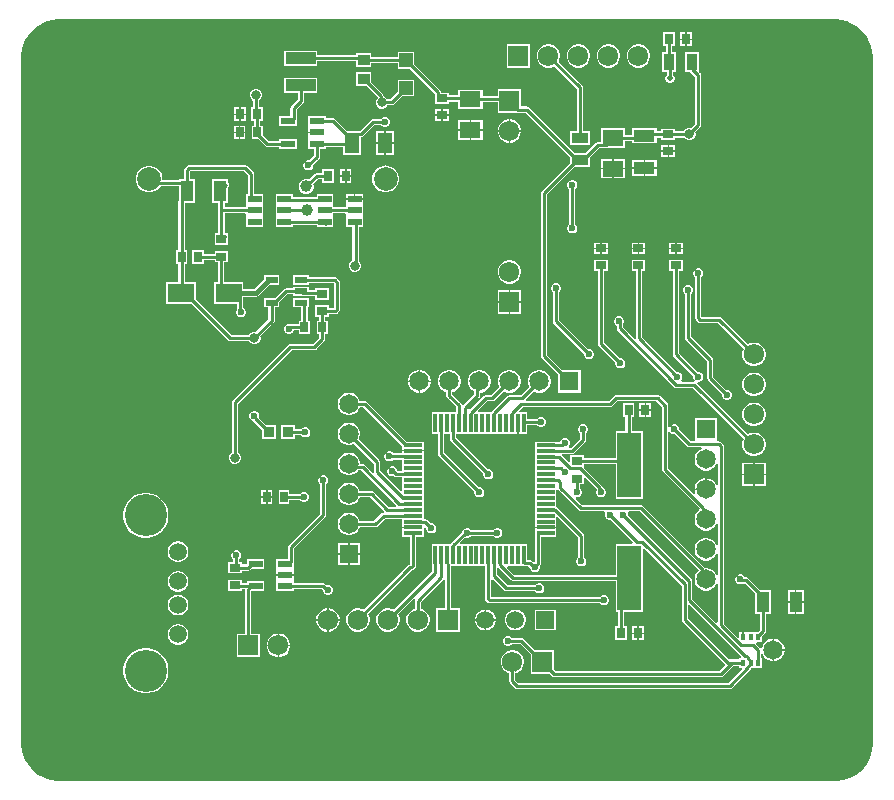
<source format=gbl>
G04*
G04 #@! TF.GenerationSoftware,Altium Limited,Altium Designer,22.6.1 (34)*
G04*
G04 Layer_Physical_Order=2*
G04 Layer_Color=16711680*
%FSLAX25Y25*%
%MOIN*%
G70*
G04*
G04 #@! TF.SameCoordinates,DDC90878-0471-41C9-9F99-EECD3968BD0F*
G04*
G04*
G04 #@! TF.FilePolarity,Positive*
G04*
G01*
G75*
%ADD13C,0.01000*%
%ADD17R,0.02874X0.03701*%
%ADD18R,0.07165X0.04213*%
%ADD21R,0.03543X0.02756*%
%ADD24R,0.04213X0.07165*%
%ADD27R,0.03701X0.02874*%
%ADD29R,0.02756X0.03543*%
%ADD60C,0.14055*%
%ADD61C,0.05906*%
%ADD62R,0.06791X0.06791*%
%ADD63C,0.06791*%
%ADD64R,0.06791X0.06791*%
%ADD65C,0.07874*%
%ADD66R,0.06496X0.06496*%
%ADD67C,0.06496*%
%ADD68R,0.05906X0.05906*%
%ADD69R,0.06496X0.06496*%
%ADD70C,0.03150*%
%ADD71C,0.01968*%
%ADD72C,0.02362*%
%ADD73C,0.03937*%
%ADD74C,0.23622*%
%ADD75R,0.01575X0.02362*%
%ADD76R,0.10000X0.04016*%
%ADD77R,0.04921X0.02362*%
%ADD78R,0.04528X0.04528*%
%ADD79R,0.03937X0.03740*%
%ADD80R,0.05136X0.07111*%
%ADD81R,0.01181X0.06299*%
%ADD82R,0.06299X0.01181*%
%ADD83R,0.07087X0.05512*%
%ADD84R,0.05512X0.03740*%
%ADD85R,0.03740X0.05512*%
%ADD86R,0.03543X0.02559*%
%ADD87R,0.04528X0.02362*%
%ADD88R,0.02559X0.03543*%
%ADD89R,0.03543X0.03740*%
%ADD90R,0.08858X0.06299*%
%ADD91R,0.04134X0.02165*%
%ADD92R,0.04724X0.02362*%
%ADD93R,0.07874X0.21654*%
%ADD94C,0.01500*%
G36*
X371992Y487697D02*
X372834Y487682D01*
X374513Y487430D01*
X376144Y486961D01*
X377700Y486283D01*
X379155Y485407D01*
X380483Y484350D01*
X381661Y483128D01*
X382669Y481762D01*
X383491Y480277D01*
X384112Y478697D01*
X384522Y477050D01*
X384713Y475363D01*
X384697Y474515D01*
X384699Y474507D01*
X384697Y474500D01*
Y246500D01*
Y245668D01*
X384480Y244018D01*
X384049Y242410D01*
X383412Y240872D01*
X382580Y239431D01*
X381567Y238110D01*
X380390Y236933D01*
X379069Y235920D01*
X377628Y235088D01*
X376090Y234451D01*
X374482Y234020D01*
X372832Y233803D01*
X112668D01*
X111018Y234020D01*
X109410Y234451D01*
X107872Y235088D01*
X106431Y235920D01*
X105110Y236933D01*
X103933Y238110D01*
X102920Y239431D01*
X102088Y240872D01*
X101451Y242410D01*
X101020Y244018D01*
X100803Y245668D01*
Y246500D01*
Y475000D01*
Y475832D01*
X101020Y477482D01*
X101451Y479090D01*
X102088Y480628D01*
X102920Y482069D01*
X103933Y483390D01*
X105110Y484567D01*
X106431Y485580D01*
X107872Y486412D01*
X109410Y487049D01*
X111018Y487480D01*
X112668Y487697D01*
X113500D01*
X371992Y487697D01*
D02*
G37*
%LPC*%
G36*
X324232Y483350D02*
X322545D01*
Y481250D01*
X324232D01*
Y483350D01*
D02*
G37*
G36*
X322045D02*
X320358D01*
Y481250D01*
X322045D01*
Y483350D01*
D02*
G37*
G36*
X324232Y480750D02*
X322545D01*
Y478650D01*
X324232D01*
Y480750D01*
D02*
G37*
G36*
X322045D02*
X320358D01*
Y478650D01*
X322045D01*
Y480750D01*
D02*
G37*
G36*
X307013Y479396D02*
X305987D01*
X304996Y479130D01*
X304108Y478617D01*
X303383Y477892D01*
X302870Y477004D01*
X302604Y476013D01*
Y474987D01*
X302870Y473996D01*
X303383Y473108D01*
X304108Y472383D01*
X304996Y471870D01*
X305987Y471604D01*
X307013D01*
X308004Y471870D01*
X308892Y472383D01*
X309617Y473108D01*
X310130Y473996D01*
X310396Y474987D01*
Y476013D01*
X310130Y477004D01*
X309617Y477892D01*
X308892Y478617D01*
X308004Y479130D01*
X307013Y479396D01*
D02*
G37*
G36*
X297013D02*
X295987D01*
X294996Y479130D01*
X294108Y478617D01*
X293383Y477892D01*
X292870Y477004D01*
X292604Y476013D01*
Y474987D01*
X292870Y473996D01*
X293383Y473108D01*
X294108Y472383D01*
X294996Y471870D01*
X295987Y471604D01*
X297013D01*
X298004Y471870D01*
X298892Y472383D01*
X299617Y473108D01*
X300130Y473996D01*
X300396Y474987D01*
Y476013D01*
X300130Y477004D01*
X299617Y477892D01*
X298892Y478617D01*
X298004Y479130D01*
X297013Y479396D01*
D02*
G37*
G36*
X287013D02*
X285987D01*
X284996Y479130D01*
X284108Y478617D01*
X283383Y477892D01*
X282870Y477004D01*
X282604Y476013D01*
Y474987D01*
X282870Y473996D01*
X283383Y473108D01*
X284108Y472383D01*
X284996Y471870D01*
X285987Y471604D01*
X287013D01*
X288004Y471870D01*
X288892Y472383D01*
X289617Y473108D01*
X290130Y473996D01*
X290396Y474987D01*
Y476013D01*
X290130Y477004D01*
X289617Y477892D01*
X288892Y478617D01*
X288004Y479130D01*
X287013Y479396D01*
D02*
G37*
G36*
X270396D02*
X262604D01*
Y471604D01*
X270396D01*
Y479396D01*
D02*
G37*
G36*
X318642Y483350D02*
X314768D01*
Y478650D01*
X315685D01*
Y476756D01*
X314390D01*
Y470244D01*
X315980D01*
Y469207D01*
X315665Y468892D01*
X315425Y468313D01*
Y467687D01*
X315665Y467108D01*
X316108Y466665D01*
X316687Y466425D01*
X317313D01*
X317892Y466665D01*
X318335Y467108D01*
X318575Y467687D01*
Y468313D01*
X318335Y468892D01*
X318020Y469207D01*
Y470244D01*
X319130D01*
Y476756D01*
X317724D01*
Y478650D01*
X318642D01*
Y483350D01*
D02*
G37*
G36*
X217469Y470071D02*
X212531D01*
Y465331D01*
X216027D01*
X219569Y461788D01*
Y461503D01*
X219241Y461175D01*
X218925Y460413D01*
Y459587D01*
X219241Y458825D01*
X219825Y458241D01*
X220587Y457925D01*
X221413D01*
X222175Y458241D01*
X222759Y458825D01*
X222823Y458980D01*
X224252D01*
X224642Y459058D01*
X224973Y459279D01*
X227678Y461984D01*
X231764D01*
Y467512D01*
X227287D01*
X227248Y467520D01*
X227209Y467512D01*
X226236D01*
Y466539D01*
X226228Y466500D01*
X226236Y466461D01*
Y463426D01*
X223830Y461020D01*
X222823D01*
X222759Y461175D01*
X222175Y461759D01*
X221608Y461994D01*
Y462211D01*
X221531Y462601D01*
X221310Y462931D01*
X217469Y466773D01*
Y470071D01*
D02*
G37*
G36*
X175642Y458350D02*
X173955D01*
Y456250D01*
X175642D01*
Y458350D01*
D02*
G37*
G36*
X173455D02*
X171768D01*
Y456250D01*
X173455D01*
Y458350D01*
D02*
G37*
G36*
X243350Y457642D02*
X241250D01*
Y455955D01*
X243350D01*
Y457642D01*
D02*
G37*
G36*
X240750D02*
X238650D01*
Y455955D01*
X240750D01*
Y457642D01*
D02*
G37*
G36*
X243350Y455455D02*
X241250D01*
Y453768D01*
X243350D01*
Y455455D01*
D02*
G37*
G36*
X240750D02*
X238650D01*
Y453768D01*
X240750D01*
Y455455D01*
D02*
G37*
G36*
X175642Y455750D02*
X173955D01*
Y453650D01*
X175642D01*
Y455750D01*
D02*
G37*
G36*
X173455D02*
X171768D01*
Y453650D01*
X173455D01*
Y455750D01*
D02*
G37*
G36*
X199500Y468139D02*
X188500D01*
Y463123D01*
X192980D01*
Y460925D01*
X190818Y458763D01*
X190597Y458432D01*
X190520Y458042D01*
Y455421D01*
X186618D01*
Y452059D01*
X192539D01*
Y454323D01*
X192559Y454421D01*
Y457619D01*
X194721Y459782D01*
X194942Y460112D01*
X195020Y460502D01*
Y463123D01*
X199500D01*
Y468139D01*
D02*
G37*
G36*
X202382Y455421D02*
X196461D01*
Y452181D01*
X196461Y452059D01*
Y451681D01*
X196461Y451559D01*
Y450250D01*
X199421D01*
Y449750D01*
X196461D01*
Y448441D01*
X196461Y448319D01*
Y447941D01*
X196461Y447819D01*
Y444579D01*
X198402D01*
Y442344D01*
X196739Y440681D01*
X196166D01*
X195548Y440425D01*
X195075Y439952D01*
X194819Y439334D01*
Y438666D01*
X195075Y438048D01*
X195548Y437575D01*
X196166Y437319D01*
X196834D01*
X197452Y437575D01*
X197925Y438048D01*
X198181Y438666D01*
Y439239D01*
X200142Y441200D01*
X200363Y441531D01*
X200441Y441921D01*
Y444579D01*
X202382D01*
Y445240D01*
X207917D01*
Y442445D01*
X214053D01*
Y448538D01*
X214431Y448614D01*
X214762Y448835D01*
X218407Y452480D01*
X220642D01*
X221048Y452075D01*
X221666Y451819D01*
X222334D01*
X222952Y452075D01*
X223425Y452548D01*
X223681Y453166D01*
Y453834D01*
X223425Y454452D01*
X222952Y454925D01*
X222334Y455181D01*
X221666D01*
X221048Y454925D01*
X220642Y454520D01*
X217985D01*
X217595Y454442D01*
X217264Y454221D01*
X213618Y450575D01*
X213053D01*
X212955Y450556D01*
X209359D01*
X205453Y454461D01*
X205122Y454682D01*
X204732Y454760D01*
X202382D01*
Y455421D01*
D02*
G37*
G36*
X254543Y454020D02*
X250750D01*
Y451014D01*
X254543D01*
Y454020D01*
D02*
G37*
G36*
X250250D02*
X246457D01*
Y451014D01*
X250250D01*
Y454020D01*
D02*
G37*
G36*
X264013Y454396D02*
X263750D01*
Y450750D01*
X267396D01*
Y451013D01*
X267130Y452004D01*
X266617Y452892D01*
X265892Y453617D01*
X265004Y454130D01*
X264013Y454396D01*
D02*
G37*
G36*
X263250D02*
X262987D01*
X261996Y454130D01*
X261108Y453617D01*
X260383Y452892D01*
X259870Y452004D01*
X259604Y451013D01*
Y450750D01*
X263250D01*
Y454396D01*
D02*
G37*
G36*
X175425Y452272D02*
X173797D01*
Y450250D01*
X175425D01*
Y452272D01*
D02*
G37*
G36*
X173297D02*
X171669D01*
Y450250D01*
X173297D01*
Y452272D01*
D02*
G37*
G36*
X175425Y449750D02*
X173797D01*
Y447728D01*
X175425D01*
Y449750D01*
D02*
G37*
G36*
X173297D02*
X171669D01*
Y447728D01*
X173297D01*
Y449750D01*
D02*
G37*
G36*
X254543Y450514D02*
X250750D01*
Y447508D01*
X254543D01*
Y450514D01*
D02*
G37*
G36*
X250250D02*
X246457D01*
Y447508D01*
X250250D01*
Y450514D01*
D02*
G37*
G36*
X199500Y477154D02*
X188500D01*
Y472139D01*
X199500D01*
Y473627D01*
X212531D01*
Y471630D01*
X217469D01*
Y472980D01*
X226236D01*
Y471236D01*
X230322D01*
X238630Y462928D01*
Y462232D01*
X238650Y462134D01*
Y459358D01*
X243350D01*
Y460276D01*
X246457D01*
Y457744D01*
X254543D01*
Y459980D01*
X259604D01*
Y456604D01*
X266297D01*
X266396Y456585D01*
X268847D01*
X283744Y441688D01*
Y439832D01*
X274279Y430367D01*
X274058Y430036D01*
X273980Y429646D01*
Y375500D01*
X274058Y375110D01*
X274279Y374779D01*
X279752Y369306D01*
Y363252D01*
X287248D01*
Y370748D01*
X281194D01*
X276020Y375922D01*
Y429223D01*
X285186Y438390D01*
X290256D01*
Y441688D01*
X293410Y444843D01*
X295744D01*
X295843Y444862D01*
X302043D01*
Y447098D01*
X304417D01*
Y446327D01*
X312583D01*
Y448276D01*
X314150D01*
Y447358D01*
X318850D01*
Y448276D01*
X321790D01*
X322325Y447741D01*
X323087Y447425D01*
X323913D01*
X324675Y447741D01*
X325259Y448325D01*
X325575Y449087D01*
Y449913D01*
X325510Y450068D01*
X327221Y451779D01*
X327442Y452110D01*
X327520Y452500D01*
Y469000D01*
X327442Y469390D01*
X327221Y469721D01*
X326964Y469892D01*
X326610Y470244D01*
Y476756D01*
X321870D01*
Y470244D01*
X323668D01*
X325480Y468432D01*
Y452922D01*
X324068Y451510D01*
X323913Y451575D01*
X323087D01*
X322325Y451259D01*
X321741Y450675D01*
X321592Y450315D01*
X318850D01*
Y451232D01*
X314150D01*
Y450315D01*
X312583D01*
Y451539D01*
X304417D01*
Y449138D01*
X302043D01*
Y451374D01*
X293957D01*
Y446882D01*
X292988D01*
X292598Y446804D01*
X292267Y446583D01*
X288814Y443130D01*
X285186D01*
X269991Y458325D01*
X269660Y458546D01*
X269270Y458624D01*
X267396D01*
Y464396D01*
X259604D01*
Y462020D01*
X254543D01*
Y464256D01*
X246457D01*
Y462315D01*
X243350D01*
Y463232D01*
X240669D01*
Y463350D01*
X240592Y463741D01*
X240371Y464071D01*
X231764Y472678D01*
Y476764D01*
X226236D01*
Y475020D01*
X217469D01*
Y476370D01*
X212531D01*
Y475666D01*
X199500D01*
Y477154D01*
D02*
G37*
G36*
X225083Y450556D02*
X222265D01*
Y446750D01*
X225083D01*
Y450556D01*
D02*
G37*
G36*
X221765D02*
X218947D01*
Y446750D01*
X221765D01*
Y450556D01*
D02*
G37*
G36*
X267396Y450250D02*
X263750D01*
Y446604D01*
X264013D01*
X265004Y446870D01*
X265892Y447383D01*
X266617Y448108D01*
X267130Y448996D01*
X267396Y449987D01*
Y450250D01*
D02*
G37*
G36*
X263250D02*
X259604D01*
Y449987D01*
X259870Y448996D01*
X260383Y448108D01*
X261108Y447383D01*
X261996Y446870D01*
X262987Y446604D01*
X263250D01*
Y450250D01*
D02*
G37*
G36*
X277013Y479396D02*
X275987D01*
X274996Y479130D01*
X274108Y478617D01*
X273383Y477892D01*
X272870Y477004D01*
X272604Y476013D01*
Y474987D01*
X272870Y473996D01*
X273383Y473108D01*
X274108Y472383D01*
X274996Y471870D01*
X275987Y471604D01*
X277013D01*
X278004Y471870D01*
X278438Y472120D01*
X285980Y464578D01*
Y450610D01*
X283744D01*
Y445870D01*
X290256D01*
Y450610D01*
X288020D01*
Y465000D01*
X287942Y465390D01*
X287721Y465721D01*
X279880Y473562D01*
X280130Y473996D01*
X280396Y474987D01*
Y476013D01*
X280130Y477004D01*
X279617Y477892D01*
X278892Y478617D01*
X278004Y479130D01*
X277013Y479396D01*
D02*
G37*
G36*
X179413Y464575D02*
X178587D01*
X177825Y464259D01*
X177241Y463675D01*
X176925Y462913D01*
Y462087D01*
X177241Y461325D01*
X177825Y460741D01*
X178128Y460615D01*
Y458350D01*
X177358D01*
Y453650D01*
X178354D01*
Y452272D01*
X177575D01*
Y447728D01*
X179889D01*
X182078Y445539D01*
X182409Y445318D01*
X182799Y445240D01*
X186618D01*
Y444579D01*
X192539D01*
Y447941D01*
X186618D01*
Y447279D01*
X183222D01*
X181331Y449170D01*
Y452272D01*
X180394D01*
Y453650D01*
X181232D01*
Y458350D01*
X180167D01*
Y460738D01*
X180175Y460741D01*
X180759Y461325D01*
X181075Y462087D01*
Y462913D01*
X180759Y463675D01*
X180175Y464259D01*
X179413Y464575D01*
D02*
G37*
G36*
X318850Y445642D02*
X316750D01*
Y443955D01*
X318850D01*
Y445642D01*
D02*
G37*
G36*
X316250D02*
X314150D01*
Y443955D01*
X316250D01*
Y445642D01*
D02*
G37*
G36*
X225083Y446250D02*
X222265D01*
Y442445D01*
X225083D01*
Y446250D01*
D02*
G37*
G36*
X221765D02*
X218947D01*
Y442445D01*
X221765D01*
Y446250D01*
D02*
G37*
G36*
X318850Y443455D02*
X316750D01*
Y441768D01*
X318850D01*
Y443455D01*
D02*
G37*
G36*
X316250D02*
X314150D01*
Y441768D01*
X316250D01*
Y443455D01*
D02*
G37*
G36*
X312583Y440673D02*
X308750D01*
Y438317D01*
X312583D01*
Y440673D01*
D02*
G37*
G36*
X308250D02*
X304417D01*
Y438317D01*
X308250D01*
Y440673D01*
D02*
G37*
G36*
X302043Y441138D02*
X298250D01*
Y438132D01*
X302043D01*
Y441138D01*
D02*
G37*
G36*
X297750D02*
X293957D01*
Y438132D01*
X297750D01*
Y441138D01*
D02*
G37*
G36*
X210831Y437706D02*
X209203D01*
Y435684D01*
X210831D01*
Y437706D01*
D02*
G37*
G36*
X208703D02*
X207075D01*
Y435684D01*
X208703D01*
Y437706D01*
D02*
G37*
G36*
X312583Y437817D02*
X308750D01*
Y435461D01*
X312583D01*
Y437817D01*
D02*
G37*
G36*
X308250D02*
X304417D01*
Y435461D01*
X308250D01*
Y437817D01*
D02*
G37*
G36*
X302043Y437632D02*
X298250D01*
Y434626D01*
X302043D01*
Y437632D01*
D02*
G37*
G36*
X297750D02*
X293957D01*
Y434626D01*
X297750D01*
Y437632D01*
D02*
G37*
G36*
X204925Y437706D02*
X201169D01*
Y436454D01*
X199288D01*
X198898Y436376D01*
X198567Y436155D01*
X196708Y434296D01*
X196291Y434469D01*
X195309D01*
X194402Y434093D01*
X193707Y433398D01*
X193332Y432491D01*
Y431509D01*
X193707Y430602D01*
X194402Y429907D01*
X195309Y429531D01*
X196291D01*
X197198Y429907D01*
X197893Y430602D01*
X198268Y431509D01*
Y432491D01*
X198127Y432831D01*
X199711Y434414D01*
X201169D01*
Y433162D01*
X204925D01*
Y437706D01*
D02*
G37*
G36*
X175433Y439086D02*
X156653D01*
X156263Y439009D01*
X155932Y438788D01*
X155346Y438202D01*
X155125Y437871D01*
X155047Y437481D01*
Y434583D01*
X153461D01*
Y434020D01*
X148359D01*
X148219Y434114D01*
X147846Y434188D01*
Y435026D01*
X147544Y436155D01*
X146960Y437166D01*
X146134Y437992D01*
X145122Y438577D01*
X143994Y438879D01*
X142825D01*
X141697Y438577D01*
X140685Y437992D01*
X139859Y437166D01*
X139275Y436155D01*
X138972Y435026D01*
Y433858D01*
X139275Y432729D01*
X139859Y431718D01*
X140685Y430892D01*
X141697Y430307D01*
X142825Y430005D01*
X143994D01*
X145122Y430307D01*
X146134Y430892D01*
X146960Y431718D01*
X147073Y431913D01*
X147610Y432058D01*
X148000Y431980D01*
X153461D01*
Y427848D01*
X153263Y427552D01*
X153185Y427161D01*
Y410850D01*
X152268D01*
Y406150D01*
X153185D01*
Y400150D01*
X149197D01*
Y392850D01*
X157613D01*
X169685Y380779D01*
X170015Y380558D01*
X170405Y380480D01*
X176677D01*
X176741Y380325D01*
X177325Y379741D01*
X178087Y379425D01*
X178913D01*
X179675Y379741D01*
X180259Y380325D01*
X180575Y381087D01*
Y381913D01*
X180510Y382068D01*
X184938Y386496D01*
X185159Y386826D01*
X185236Y387216D01*
Y391677D01*
X186784D01*
Y393401D01*
X189363Y395980D01*
X191492D01*
Y395417D01*
X196626D01*
Y395520D01*
X198787D01*
Y394143D01*
X203488D01*
Y398017D01*
X198787D01*
Y397559D01*
X196626D01*
Y398583D01*
X191492D01*
Y398020D01*
X188941D01*
X188551Y397942D01*
X188220Y397721D01*
X185342Y394843D01*
X181650D01*
Y391677D01*
X183197D01*
Y387639D01*
X179068Y383510D01*
X178913Y383575D01*
X178087D01*
X177325Y383259D01*
X176741Y382675D01*
X176677Y382520D01*
X170828D01*
X159055Y394292D01*
Y400150D01*
X155224D01*
Y406150D01*
X156142D01*
Y410850D01*
X155224D01*
Y426417D01*
X158673D01*
Y434583D01*
X157087D01*
Y437047D01*
X175011D01*
X176480Y435578D01*
Y429421D01*
X175716D01*
Y426181D01*
X175716Y426059D01*
Y425681D01*
X175716Y425559D01*
Y425020D01*
X168553D01*
Y426417D01*
X169539D01*
Y431664D01*
X169755Y431880D01*
X169976Y432211D01*
X170054Y432601D01*
X169976Y432991D01*
X169755Y433322D01*
X169539Y433466D01*
Y434583D01*
X164327D01*
Y426417D01*
X166514D01*
Y424033D01*
Y416331D01*
X165228D01*
Y412575D01*
X169772D01*
Y415232D01*
X169791Y415331D01*
X169772Y415429D01*
Y416331D01*
X168870D01*
X168772Y416350D01*
X168553Y416806D01*
Y422980D01*
X175363D01*
X175716Y422627D01*
X175716Y421941D01*
X175716Y421819D01*
Y418579D01*
X181441D01*
Y421819D01*
X181441Y421941D01*
Y422319D01*
X181441Y422441D01*
Y425559D01*
X181441Y425681D01*
Y426059D01*
X181441Y426181D01*
Y429421D01*
X178520D01*
Y436000D01*
X178442Y436390D01*
X178221Y436721D01*
X176154Y438788D01*
X175823Y439009D01*
X175433Y439086D01*
D02*
G37*
G36*
X210831Y435184D02*
X209203D01*
Y433162D01*
X210831D01*
Y435184D01*
D02*
G37*
G36*
X208703D02*
X207075D01*
Y433162D01*
X208703D01*
Y435184D01*
D02*
G37*
G36*
X222228Y439044D02*
X221741Y438947D01*
X221636Y438877D01*
X220516Y438577D01*
X219504Y437992D01*
X218678Y437166D01*
X218094Y436155D01*
X217791Y435026D01*
Y433858D01*
X218094Y432729D01*
X218678Y431718D01*
X219504Y430892D01*
X220516Y430307D01*
X221644Y430005D01*
X222813D01*
X223941Y430307D01*
X224953Y430892D01*
X225779Y431718D01*
X226363Y432729D01*
X226665Y433858D01*
Y435026D01*
X226363Y436155D01*
X225779Y437166D01*
X224953Y437992D01*
X223941Y438577D01*
X222821Y438877D01*
X222716Y438947D01*
X222228Y439044D01*
D02*
G37*
G36*
X204842Y429421D02*
X199315D01*
Y428520D01*
X191284D01*
Y429421D01*
X185559D01*
Y426181D01*
X185559Y426059D01*
Y425681D01*
X185559Y425559D01*
Y422441D01*
X185559Y422319D01*
Y421941D01*
X185559Y421819D01*
Y418579D01*
X191284D01*
Y418980D01*
X199315D01*
Y418579D01*
X201697D01*
X201989Y418384D01*
X202379Y418306D01*
X202769Y418384D01*
X203061Y418579D01*
X204842D01*
Y421819D01*
X204842Y421941D01*
Y422319D01*
X204842Y422441D01*
Y422980D01*
X208804D01*
X209157Y422627D01*
X209157Y421941D01*
X209157Y421819D01*
Y418579D01*
X211202D01*
Y407415D01*
X210825Y407259D01*
X210241Y406675D01*
X209925Y405913D01*
Y405087D01*
X210241Y404325D01*
X210825Y403741D01*
X211587Y403425D01*
X212413D01*
X213175Y403741D01*
X213759Y404325D01*
X214075Y405087D01*
Y405913D01*
X213759Y406675D01*
X213241Y407193D01*
Y418579D01*
X214685D01*
Y421819D01*
X214685Y421941D01*
Y422319D01*
X214685Y422441D01*
Y425559D01*
X214685Y425681D01*
Y426059D01*
X214685Y426181D01*
Y427490D01*
X211921D01*
X209157D01*
Y426181D01*
X209157Y426059D01*
Y425681D01*
X209157Y425559D01*
Y425020D01*
X205196D01*
X204842Y425373D01*
X204842Y426059D01*
X204842Y426181D01*
Y429421D01*
D02*
G37*
G36*
X214685D02*
X212171D01*
Y427990D01*
X214685D01*
Y429421D01*
D02*
G37*
G36*
X211671D02*
X209157D01*
Y427990D01*
X211671D01*
Y429421D01*
D02*
G37*
G36*
X284834Y434181D02*
X284166D01*
X283548Y433925D01*
X283075Y433452D01*
X282819Y432834D01*
Y432166D01*
X283075Y431548D01*
X283480Y431142D01*
Y419358D01*
X283075Y418952D01*
X282819Y418334D01*
Y417666D01*
X283075Y417048D01*
X283548Y416575D01*
X284166Y416319D01*
X284834D01*
X285452Y416575D01*
X285925Y417048D01*
X286181Y417666D01*
Y418334D01*
X285925Y418952D01*
X285520Y419358D01*
Y431142D01*
X285925Y431548D01*
X286181Y432166D01*
Y432834D01*
X285925Y433452D01*
X285452Y433925D01*
X284834Y434181D01*
D02*
G37*
G36*
X321272Y413134D02*
X319250D01*
Y411604D01*
X321272D01*
Y413134D01*
D02*
G37*
G36*
X318750D02*
X316728D01*
Y411604D01*
X318750D01*
Y413134D01*
D02*
G37*
G36*
X308772D02*
X306750D01*
Y411604D01*
X308772D01*
Y413134D01*
D02*
G37*
G36*
X306250D02*
X304228D01*
Y411604D01*
X306250D01*
Y413134D01*
D02*
G37*
G36*
X296272D02*
X294250D01*
Y411604D01*
X296272D01*
Y413134D01*
D02*
G37*
G36*
X293750D02*
X291728D01*
Y411604D01*
X293750D01*
Y413134D01*
D02*
G37*
G36*
X321272Y411104D02*
X319250D01*
Y409575D01*
X321272D01*
Y411104D01*
D02*
G37*
G36*
X318750D02*
X316728D01*
Y409575D01*
X318750D01*
Y411104D01*
D02*
G37*
G36*
X308772D02*
X306750D01*
Y409575D01*
X308772D01*
Y411104D01*
D02*
G37*
G36*
X306250D02*
X304228D01*
Y409575D01*
X306250D01*
Y411104D01*
D02*
G37*
G36*
X296272D02*
X294250D01*
Y409575D01*
X296272D01*
Y411104D01*
D02*
G37*
G36*
X293750D02*
X291728D01*
Y409575D01*
X293750D01*
Y411104D01*
D02*
G37*
G36*
X264013Y407396D02*
X262987D01*
X261996Y407130D01*
X261108Y406617D01*
X260383Y405892D01*
X259870Y405004D01*
X259604Y404013D01*
Y402987D01*
X259870Y401996D01*
X260383Y401108D01*
X261108Y400383D01*
X261996Y399870D01*
X262987Y399604D01*
X264013D01*
X265004Y399870D01*
X265892Y400383D01*
X266617Y401108D01*
X267130Y401996D01*
X267396Y402987D01*
Y404013D01*
X267130Y405004D01*
X266617Y405892D01*
X265892Y406617D01*
X265004Y407130D01*
X264013Y407396D01*
D02*
G37*
G36*
X267396Y397396D02*
X263750D01*
Y393750D01*
X267396D01*
Y397396D01*
D02*
G37*
G36*
X263250D02*
X259604D01*
Y393750D01*
X263250D01*
Y397396D01*
D02*
G37*
G36*
X196626Y402323D02*
X191492D01*
Y399158D01*
X196626D01*
Y399721D01*
X204889D01*
X205118Y399492D01*
Y391509D01*
X203488D01*
Y392426D01*
X198787D01*
Y388552D01*
X200071D01*
Y387272D01*
X199213D01*
Y382728D01*
X200071D01*
Y381513D01*
X198078Y379520D01*
X190500D01*
X190110Y379442D01*
X189779Y379221D01*
X171279Y360721D01*
X171058Y360390D01*
X170980Y360000D01*
Y343323D01*
X170825Y343259D01*
X170241Y342675D01*
X169925Y341913D01*
Y341087D01*
X170241Y340325D01*
X170825Y339741D01*
X171587Y339425D01*
X172413D01*
X173175Y339741D01*
X173759Y340325D01*
X174075Y341087D01*
Y341913D01*
X173759Y342675D01*
X173175Y343259D01*
X173020Y343323D01*
Y359578D01*
X190922Y377480D01*
X198500D01*
X198890Y377558D01*
X199221Y377779D01*
X201812Y380370D01*
X202032Y380700D01*
X202110Y381090D01*
Y382728D01*
X202969D01*
Y387272D01*
X202110D01*
Y388552D01*
X203488D01*
Y389470D01*
X205552D01*
X205942Y389547D01*
X206273Y389768D01*
X206859Y390354D01*
X207080Y390685D01*
X207157Y391075D01*
Y399914D01*
X207080Y400304D01*
X206859Y400635D01*
X206033Y401461D01*
X205702Y401682D01*
X205312Y401760D01*
X196626D01*
Y402323D01*
D02*
G37*
G36*
X267396Y393250D02*
X263750D01*
Y389604D01*
X267396D01*
Y393250D01*
D02*
G37*
G36*
X263250D02*
X259604D01*
Y389604D01*
X263250D01*
Y393250D01*
D02*
G37*
G36*
X161732Y410850D02*
X157858D01*
Y406150D01*
X161732D01*
Y407528D01*
X165228D01*
Y406669D01*
X166480D01*
Y400150D01*
X164945D01*
Y392850D01*
X172784D01*
Y391161D01*
X172575Y390952D01*
X172319Y390334D01*
Y389666D01*
X172575Y389048D01*
X173048Y388575D01*
X173666Y388319D01*
X174334D01*
X174952Y388575D01*
X175425Y389048D01*
X175681Y389666D01*
Y390334D01*
X175425Y390952D01*
X174952Y391425D01*
X174823Y391479D01*
Y393850D01*
X174803Y393949D01*
Y395226D01*
X178992D01*
X179480Y395322D01*
X179893Y395599D01*
X183452Y399158D01*
X186784D01*
Y402323D01*
X181650D01*
Y400960D01*
X178464Y397775D01*
X174803D01*
Y400150D01*
X168520D01*
Y406669D01*
X169772D01*
Y410425D01*
X165228D01*
Y409567D01*
X161732D01*
Y410850D01*
D02*
G37*
G36*
X196626Y394843D02*
X191492D01*
Y391677D01*
X194166D01*
Y387272D01*
X193307D01*
Y386020D01*
X190869D01*
X190771Y386000D01*
X190334Y386181D01*
X189666D01*
X189048Y385925D01*
X188575Y385452D01*
X188319Y384834D01*
Y384166D01*
X188575Y383548D01*
X189048Y383075D01*
X189666Y382819D01*
X190334D01*
X190952Y383075D01*
X191425Y383548D01*
X191604Y383980D01*
X193307D01*
Y382728D01*
X197063D01*
Y387272D01*
X196205D01*
Y391677D01*
X196626D01*
Y394843D01*
D02*
G37*
G36*
X279334Y399681D02*
X278666D01*
X278048Y399425D01*
X277575Y398952D01*
X277319Y398334D01*
Y397666D01*
X277575Y397048D01*
X277980Y396642D01*
Y387000D01*
X278058Y386610D01*
X278279Y386279D01*
X288319Y376239D01*
Y375666D01*
X288575Y375048D01*
X289048Y374575D01*
X289666Y374319D01*
X290334D01*
X290952Y374575D01*
X291425Y375048D01*
X291681Y375666D01*
Y376334D01*
X291425Y376952D01*
X290952Y377425D01*
X290334Y377681D01*
X289761D01*
X280020Y387422D01*
Y396642D01*
X280425Y397048D01*
X280681Y397666D01*
Y398334D01*
X280425Y398952D01*
X279952Y399425D01*
X279334Y399681D01*
D02*
G37*
G36*
X326834Y404681D02*
X326166D01*
X325548Y404425D01*
X325075Y403952D01*
X324819Y403334D01*
Y402666D01*
X325075Y402048D01*
X325480Y401642D01*
Y388086D01*
X325558Y387696D01*
X325779Y387365D01*
X326365Y386779D01*
X326696Y386558D01*
X327086Y386480D01*
X333078D01*
X341620Y377938D01*
X341370Y377504D01*
X341104Y376513D01*
Y375487D01*
X341370Y374496D01*
X341883Y373608D01*
X342608Y372883D01*
X343496Y372370D01*
X344487Y372104D01*
X345513D01*
X346504Y372370D01*
X347392Y372883D01*
X348117Y373608D01*
X348630Y374496D01*
X348896Y375487D01*
Y376513D01*
X348630Y377504D01*
X348117Y378392D01*
X347392Y379117D01*
X346504Y379630D01*
X345513Y379896D01*
X344487D01*
X343496Y379630D01*
X343062Y379380D01*
X334221Y388221D01*
X333890Y388442D01*
X333500Y388520D01*
X327520D01*
Y401642D01*
X327925Y402048D01*
X328181Y402666D01*
Y403334D01*
X327925Y403952D01*
X327452Y404425D01*
X326834Y404681D01*
D02*
G37*
G36*
X296272Y407425D02*
X291728D01*
Y403866D01*
X292980D01*
Y379500D01*
X293058Y379110D01*
X293279Y378779D01*
X298819Y373239D01*
Y372666D01*
X299075Y372048D01*
X299548Y371575D01*
X300166Y371319D01*
X300834D01*
X301452Y371575D01*
X301925Y372048D01*
X302181Y372666D01*
Y373334D01*
X301925Y373952D01*
X301452Y374425D01*
X300834Y374681D01*
X300261D01*
X295020Y379922D01*
Y403866D01*
X296272D01*
Y407425D01*
D02*
G37*
G36*
X233993Y370748D02*
X233750D01*
Y367250D01*
X237248D01*
Y367493D01*
X236993Y368447D01*
X236499Y369301D01*
X235801Y369999D01*
X234947Y370493D01*
X233993Y370748D01*
D02*
G37*
G36*
X233250D02*
X233007D01*
X232053Y370493D01*
X231199Y369999D01*
X230501Y369301D01*
X230007Y368447D01*
X229752Y367493D01*
Y367250D01*
X233250D01*
Y370748D01*
D02*
G37*
G36*
X321272Y407425D02*
X316728D01*
Y403866D01*
X317980D01*
Y376000D01*
X318058Y375610D01*
X318279Y375279D01*
X324819Y368739D01*
Y368166D01*
X325075Y367548D01*
X325235Y367388D01*
X325178Y367151D01*
X325014Y366901D01*
X320986D01*
X320778Y367401D01*
X320925Y367548D01*
X321181Y368166D01*
Y368834D01*
X320925Y369452D01*
X320452Y369925D01*
X319834Y370181D01*
X319261D01*
X307708Y381734D01*
Y403866D01*
X308772D01*
Y407425D01*
X304228D01*
Y403866D01*
X305668D01*
Y381396D01*
X305468Y381253D01*
X305187Y381171D01*
X301280Y385077D01*
Y385903D01*
X301425Y386048D01*
X301681Y386666D01*
Y387334D01*
X301425Y387952D01*
X300952Y388425D01*
X300334Y388681D01*
X299666D01*
X299048Y388425D01*
X298575Y387952D01*
X298319Y387334D01*
Y386666D01*
X298575Y386048D01*
X299048Y385575D01*
X299241Y385495D01*
Y384655D01*
X299319Y384265D01*
X299540Y383934D01*
X318313Y365160D01*
X318644Y364939D01*
X319034Y364862D01*
X324696D01*
X341620Y347938D01*
X341370Y347504D01*
X341104Y346513D01*
Y345487D01*
X341370Y344496D01*
X341883Y343608D01*
X342608Y342883D01*
X343496Y342370D01*
X344487Y342104D01*
X345513D01*
X346504Y342370D01*
X347392Y342883D01*
X348117Y343608D01*
X348630Y344496D01*
X348896Y345487D01*
Y346513D01*
X348630Y347504D01*
X348117Y348392D01*
X347392Y349117D01*
X346504Y349630D01*
X345513Y349896D01*
X344487D01*
X343496Y349630D01*
X343062Y349380D01*
X326093Y366349D01*
X326330Y366819D01*
X326834D01*
X327452Y367075D01*
X327925Y367548D01*
X328181Y368166D01*
Y368834D01*
X327925Y369452D01*
X327452Y369925D01*
X326834Y370181D01*
X326261D01*
X320020Y376422D01*
Y403866D01*
X321272D01*
Y407425D01*
D02*
G37*
G36*
X273993Y370748D02*
X273007D01*
X272053Y370493D01*
X271199Y369999D01*
X270501Y369301D01*
X270007Y368447D01*
X269752Y367493D01*
Y366507D01*
X270007Y365553D01*
X270229Y365170D01*
X267406Y362348D01*
X263419D01*
X263029Y362270D01*
X262698Y362049D01*
X257791Y357142D01*
X257570Y356811D01*
X257566Y356794D01*
X253106D01*
X252915Y357256D01*
X255967Y360309D01*
X257828D01*
X258219Y360386D01*
X258549Y360608D01*
X261670Y363728D01*
X262053Y363507D01*
X263007Y363252D01*
X263993D01*
X264947Y363507D01*
X265801Y364001D01*
X266499Y364699D01*
X266993Y365553D01*
X267248Y366507D01*
Y367493D01*
X266993Y368447D01*
X266499Y369301D01*
X265801Y369999D01*
X264947Y370493D01*
X263993Y370748D01*
X263007D01*
X262053Y370493D01*
X261199Y369999D01*
X260501Y369301D01*
X260007Y368447D01*
X259752Y367493D01*
Y366507D01*
X260007Y365553D01*
X260228Y365170D01*
X257406Y362348D01*
X255545D01*
X255155Y362270D01*
X254824Y362049D01*
X250418Y357643D01*
X249876Y357808D01*
X249843Y357970D01*
X253404Y361531D01*
X253625Y361862D01*
X253703Y362252D01*
Y363252D01*
X253993D01*
X254947Y363507D01*
X255801Y364001D01*
X256499Y364699D01*
X256993Y365553D01*
X257248Y366507D01*
Y367493D01*
X256993Y368447D01*
X256499Y369301D01*
X255801Y369999D01*
X254947Y370493D01*
X253993Y370748D01*
X253007D01*
X252053Y370493D01*
X251199Y369999D01*
X250501Y369301D01*
X250007Y368447D01*
X249752Y367493D01*
Y366507D01*
X250007Y365553D01*
X250501Y364699D01*
X251199Y364001D01*
X251663Y363733D01*
Y362674D01*
X248115Y359126D01*
X247581Y359299D01*
X247552Y359443D01*
X247331Y359774D01*
X244520Y362586D01*
Y363393D01*
X244947Y363507D01*
X245801Y364001D01*
X246499Y364699D01*
X246993Y365553D01*
X247248Y366507D01*
Y367493D01*
X246993Y368447D01*
X246499Y369301D01*
X245801Y369999D01*
X244947Y370493D01*
X243993Y370748D01*
X243007D01*
X242053Y370493D01*
X241199Y369999D01*
X240501Y369301D01*
X240007Y368447D01*
X239752Y367493D01*
Y366507D01*
X240007Y365553D01*
X240501Y364699D01*
X241199Y364001D01*
X242053Y363507D01*
X242480Y363393D01*
Y362163D01*
X242558Y361773D01*
X242779Y361442D01*
X245591Y358631D01*
Y356794D01*
X237646D01*
Y349495D01*
X239685D01*
Y342795D01*
X239763Y342405D01*
X239984Y342074D01*
X251819Y330239D01*
Y329666D01*
X252075Y329048D01*
X252548Y328575D01*
X253166Y328319D01*
X253834D01*
X254452Y328575D01*
X254925Y329048D01*
X255181Y329666D01*
Y330334D01*
X254925Y330952D01*
X254452Y331425D01*
X253834Y331681D01*
X253261D01*
X241724Y343218D01*
Y349495D01*
X243622D01*
Y347858D01*
X243700Y347468D01*
X243921Y347137D01*
X254819Y336239D01*
Y335666D01*
X255075Y335048D01*
X255548Y334575D01*
X256166Y334319D01*
X256834D01*
X257452Y334575D01*
X257925Y335048D01*
X258181Y335666D01*
Y336334D01*
X257925Y336952D01*
X257452Y337425D01*
X256834Y337681D01*
X256261D01*
X245661Y348281D01*
Y349495D01*
X266045D01*
Y353145D01*
X266545D01*
Y349495D01*
X269354D01*
Y352480D01*
X272642D01*
X273048Y352075D01*
X273666Y351819D01*
X274334D01*
X274952Y352075D01*
X275425Y352548D01*
X275681Y353166D01*
Y353834D01*
X275425Y354452D01*
X274952Y354925D01*
X274334Y355181D01*
X273666D01*
X273048Y354925D01*
X272642Y354520D01*
X269354D01*
Y356794D01*
X266886D01*
X266694Y357256D01*
X267919Y358480D01*
X297000D01*
X297390Y358558D01*
X297721Y358779D01*
X299422Y360480D01*
X312492D01*
X314480Y358492D01*
Y337500D01*
X314558Y337110D01*
X314779Y336779D01*
X326878Y324680D01*
X326799Y324057D01*
X326699Y323999D01*
X326001Y323301D01*
X325507Y322447D01*
X325252Y321493D01*
Y320507D01*
X325507Y319553D01*
X326001Y318699D01*
X326699Y318001D01*
X327553Y317507D01*
X328507Y317252D01*
X329493D01*
X330447Y317507D01*
X331301Y318001D01*
X331999Y318699D01*
X332493Y319553D01*
X332980Y319442D01*
Y312558D01*
X332493Y312447D01*
X331999Y313301D01*
X331301Y313999D01*
X330447Y314493D01*
X329493Y314748D01*
X328507D01*
X327553Y314493D01*
X326699Y313999D01*
X326001Y313301D01*
X325507Y312447D01*
X325252Y311493D01*
Y310507D01*
X325507Y309553D01*
X326001Y308699D01*
X326699Y308001D01*
X327553Y307507D01*
X328507Y307252D01*
X329493D01*
X330447Y307507D01*
X331301Y308001D01*
X331999Y308699D01*
X332493Y309553D01*
X332980Y309442D01*
Y302558D01*
X332493Y302447D01*
X331999Y303301D01*
X331301Y303999D01*
X330447Y304493D01*
X329493Y304748D01*
X328686D01*
X328669Y304773D01*
X308040Y325402D01*
X307709Y325623D01*
X307319Y325701D01*
X287741D01*
X285593Y327849D01*
X285830Y328319D01*
X286334D01*
X286952Y328575D01*
X287425Y329048D01*
X287681Y329666D01*
Y330334D01*
X287425Y330952D01*
X287020Y331358D01*
Y332669D01*
X288272D01*
Y334744D01*
X288734Y334936D01*
X292646Y331023D01*
X292575Y330952D01*
X292319Y330334D01*
Y329666D01*
X292575Y329048D01*
X293048Y328575D01*
X293666Y328319D01*
X294334D01*
X294952Y328575D01*
X295425Y329048D01*
X295681Y329666D01*
Y330334D01*
X295425Y330952D01*
X294952Y331425D01*
X294730Y331517D01*
X294681Y331762D01*
X294460Y332093D01*
X288430Y338123D01*
X288272Y338575D01*
X288272D01*
X288272Y338575D01*
Y339433D01*
X299063D01*
Y327672D01*
X307937D01*
Y350326D01*
X304224D01*
Y355150D01*
X305142D01*
Y359850D01*
X301268D01*
Y355150D01*
X302185D01*
Y350326D01*
X299063D01*
Y341472D01*
X288272D01*
Y342331D01*
X283728D01*
Y340256D01*
X283266Y340064D01*
X280958Y342373D01*
X281165Y342873D01*
X284393D01*
X284783Y342951D01*
X285114Y343172D01*
X288721Y346779D01*
X288942Y347110D01*
X289020Y347500D01*
Y349642D01*
X289425Y350048D01*
X289681Y350666D01*
Y351334D01*
X289425Y351952D01*
X288952Y352425D01*
X288334Y352681D01*
X287666D01*
X287048Y352425D01*
X286575Y351952D01*
X286319Y351334D01*
Y350666D01*
X286575Y350048D01*
X286980Y349642D01*
Y347922D01*
X283970Y344912D01*
X283497D01*
X283290Y345412D01*
X283425Y345548D01*
X283681Y346166D01*
Y346834D01*
X283425Y347452D01*
X282952Y347925D01*
X282334Y348181D01*
X281666D01*
X281048Y347925D01*
X280575Y347452D01*
X280338Y346881D01*
X279197D01*
Y346952D01*
X271898D01*
Y344771D01*
Y340834D01*
Y336897D01*
Y332960D01*
Y329023D01*
Y325086D01*
Y321149D01*
Y318552D01*
X275547D01*
X279197D01*
Y321649D01*
X279659Y321840D01*
X286480Y315018D01*
Y308358D01*
X286075Y307952D01*
X285819Y307334D01*
Y306666D01*
X286075Y306048D01*
X286548Y305575D01*
X287166Y305319D01*
X287834D01*
X288452Y305575D01*
X288925Y306048D01*
X289181Y306666D01*
Y307334D01*
X288925Y307952D01*
X288520Y308358D01*
Y315441D01*
X288442Y315831D01*
X288221Y316162D01*
X279545Y324838D01*
X279214Y325059D01*
X279197Y325062D01*
Y327054D01*
Y330726D01*
X279697Y330877D01*
X279729Y330829D01*
X286598Y323960D01*
X286929Y323739D01*
X287319Y323661D01*
X295131D01*
X295454Y323162D01*
X295319Y322834D01*
Y322166D01*
X295575Y321548D01*
X296048Y321075D01*
X296666Y320819D01*
X297239D01*
X304672Y313386D01*
X304481Y312924D01*
X299063D01*
Y302617D01*
X265079D01*
X262757Y304939D01*
X262949Y305401D01*
X268256D01*
X268354Y305381D01*
X269809D01*
X270319Y304871D01*
Y304666D01*
X270575Y304048D01*
X271048Y303575D01*
X271666Y303319D01*
X272334D01*
X272952Y303575D01*
X273425Y304048D01*
X273681Y304666D01*
Y305334D01*
X273601Y305528D01*
X273619Y305545D01*
X273840Y305876D01*
X273917Y306266D01*
Y315243D01*
X279197D01*
Y317212D01*
Y318052D01*
X275547D01*
X271898D01*
Y316342D01*
X271878Y316243D01*
Y306829D01*
X271378Y306695D01*
X270952Y307121D01*
X270621Y307343D01*
X270231Y307420D01*
X269354D01*
Y312700D01*
X247201D01*
X247009Y313162D01*
X248813Y314965D01*
X249166Y314819D01*
X249834D01*
X250452Y315075D01*
X250858Y315480D01*
X258142D01*
X258548Y315075D01*
X259166Y314819D01*
X259834D01*
X260452Y315075D01*
X260925Y315548D01*
X261181Y316166D01*
Y316834D01*
X260925Y317452D01*
X260452Y317925D01*
X259834Y318181D01*
X259166D01*
X258548Y317925D01*
X258142Y317520D01*
X250858D01*
X250452Y317925D01*
X249834Y318181D01*
X249166D01*
X248548Y317925D01*
X248075Y317452D01*
X247833Y316870D01*
X244011Y313048D01*
X243790Y312717D01*
X243787Y312700D01*
X237646D01*
Y305401D01*
X237717D01*
Y303636D01*
X224960Y290880D01*
X224526Y291130D01*
X223535Y291396D01*
X222510D01*
X221519Y291130D01*
X220631Y290617D01*
X219905Y289892D01*
X219392Y289004D01*
X219127Y288013D01*
Y286987D01*
X219392Y285996D01*
X219905Y285108D01*
X220631Y284383D01*
X221519Y283870D01*
X222510Y283604D01*
X223535D01*
X224526Y283870D01*
X225415Y284383D01*
X226140Y285108D01*
X226653Y285996D01*
X226918Y286987D01*
Y288013D01*
X226653Y289004D01*
X226402Y289438D01*
X231855Y294890D01*
X232243Y294571D01*
X232081Y294328D01*
X232003Y293938D01*
Y291260D01*
X231519Y291130D01*
X230631Y290617D01*
X229905Y289892D01*
X229392Y289004D01*
X229127Y288013D01*
Y286987D01*
X229392Y285996D01*
X229905Y285108D01*
X230631Y284383D01*
X231519Y283870D01*
X232510Y283604D01*
X233536D01*
X234526Y283870D01*
X235415Y284383D01*
X236140Y285108D01*
X236653Y285996D01*
X236918Y286987D01*
Y288013D01*
X236653Y289004D01*
X236140Y289892D01*
X235415Y290617D01*
X234526Y291130D01*
X234042Y291260D01*
Y293516D01*
X241426Y300899D01*
X241503Y301015D01*
X242003Y300863D01*
Y291396D01*
X239127D01*
Y283604D01*
X246918D01*
Y291396D01*
X244042D01*
Y305401D01*
X246360D01*
Y309050D01*
X246860D01*
Y305401D01*
X255433D01*
Y294586D01*
X255511Y294196D01*
X255732Y293865D01*
X256318Y293279D01*
X256648Y293058D01*
X257038Y292980D01*
X293642D01*
X294048Y292575D01*
X294666Y292319D01*
X295334D01*
X295952Y292575D01*
X296425Y293048D01*
X296681Y293666D01*
Y294334D01*
X296425Y294952D01*
X295952Y295425D01*
X295334Y295681D01*
X294666D01*
X294048Y295425D01*
X293642Y295020D01*
X257472D01*
Y300879D01*
X257972Y301086D01*
X261779Y297279D01*
X262110Y297058D01*
X262500Y296980D01*
X272142D01*
X272548Y296575D01*
X273166Y296319D01*
X273834D01*
X274452Y296575D01*
X274925Y297048D01*
X275181Y297666D01*
Y298334D01*
X274925Y298952D01*
X274452Y299425D01*
X273834Y299681D01*
X273166D01*
X272548Y299425D01*
X272142Y299020D01*
X262922D01*
X259480Y302462D01*
Y304625D01*
X259980Y304832D01*
X263936Y300876D01*
X264266Y300655D01*
X264657Y300578D01*
X299063D01*
Y290271D01*
X299685D01*
Y285350D01*
X298768D01*
Y280650D01*
X302642D01*
Y285350D01*
X301724D01*
Y290271D01*
X307937D01*
Y311243D01*
X308399Y311435D01*
X320905Y298928D01*
Y287575D01*
X320983Y287185D01*
X321204Y286854D01*
X335511Y272547D01*
X335520Y272462D01*
X333578Y270520D01*
X278922D01*
X278396Y271046D01*
Y277396D01*
X272046D01*
X268221Y281221D01*
X267890Y281442D01*
X267500Y281520D01*
X264358D01*
X263952Y281925D01*
X263334Y282181D01*
X262666D01*
X262048Y281925D01*
X261575Y281452D01*
X261319Y280834D01*
Y280166D01*
X261575Y279548D01*
X262048Y279075D01*
X262666Y278819D01*
X263334D01*
X263952Y279075D01*
X264358Y279480D01*
X267078D01*
X270604Y275954D01*
Y269604D01*
X276954D01*
X277779Y268779D01*
X278110Y268558D01*
X278500Y268480D01*
X334000D01*
X334390Y268558D01*
X334721Y268779D01*
X338190Y272248D01*
X340075D01*
Y271587D01*
X340969D01*
X341160Y271125D01*
X336555Y266520D01*
X266422D01*
X265520Y267422D01*
Y269740D01*
X266004Y269870D01*
X266892Y270383D01*
X267617Y271108D01*
X268130Y271996D01*
X268396Y272987D01*
Y274013D01*
X268130Y275004D01*
X267617Y275892D01*
X266892Y276617D01*
X266004Y277130D01*
X265013Y277396D01*
X263987D01*
X262996Y277130D01*
X262108Y276617D01*
X261383Y275892D01*
X260870Y275004D01*
X260604Y274013D01*
Y272987D01*
X260870Y271996D01*
X261383Y271108D01*
X262108Y270383D01*
X262996Y269870D01*
X263480Y269740D01*
Y267000D01*
X263558Y266610D01*
X263779Y266279D01*
X265279Y264779D01*
X265610Y264558D01*
X266000Y264480D01*
X336977D01*
X337367Y264558D01*
X337698Y264779D01*
X343871Y270952D01*
X344092Y271282D01*
X344152Y271587D01*
X347768D01*
Y274949D01*
X347500D01*
Y276015D01*
X348000Y276081D01*
X348007Y276053D01*
X348501Y275199D01*
X349199Y274501D01*
X350053Y274007D01*
X351007Y273752D01*
X351250D01*
Y277500D01*
X351500D01*
D01*
X351250D01*
Y281248D01*
X351007D01*
X350053Y280993D01*
X349199Y280499D01*
X348501Y279801D01*
X348007Y278947D01*
X347794Y278149D01*
X347343Y278028D01*
X347269Y278034D01*
X347201Y278135D01*
X345785Y279551D01*
X345992Y280051D01*
X347768D01*
Y281972D01*
X348788Y282992D01*
X349009Y283322D01*
X349086Y283713D01*
Y289417D01*
X350673D01*
Y297583D01*
X346903D01*
X343025Y301460D01*
X342694Y301681D01*
X342304Y301759D01*
X342005D01*
X341925Y301952D01*
X341452Y302425D01*
X340834Y302681D01*
X340166D01*
X339548Y302425D01*
X339075Y301952D01*
X338819Y301334D01*
Y300666D01*
X339075Y300048D01*
X339548Y299575D01*
X340166Y299319D01*
X340834D01*
X341452Y299575D01*
X341597Y299720D01*
X341882D01*
X345461Y296141D01*
Y289417D01*
X347047D01*
Y284135D01*
X346326Y283413D01*
X344171D01*
Y281732D01*
X343671D01*
Y283413D01*
X341612D01*
Y281732D01*
X341112D01*
Y283413D01*
X340075D01*
Y281732D01*
X339613Y281541D01*
X335020Y286134D01*
Y345414D01*
X334942Y345804D01*
X334721Y346135D01*
X334135Y346721D01*
X333804Y346942D01*
X333414Y347020D01*
X333152D01*
X332748Y347252D01*
X332748Y347520D01*
Y354748D01*
X325252D01*
Y347520D01*
X325252Y347252D01*
X324848Y347020D01*
X323922D01*
X320181Y350761D01*
Y351334D01*
X319925Y351952D01*
X319452Y352425D01*
X318834Y352681D01*
X318166D01*
X317548Y352425D01*
X317075Y351952D01*
X317020Y351819D01*
X316520Y351918D01*
Y358914D01*
X316442Y359304D01*
X316221Y359635D01*
X313635Y362221D01*
X313304Y362442D01*
X312914Y362520D01*
X299000D01*
X298610Y362442D01*
X298279Y362221D01*
X296578Y360520D01*
X269169D01*
X268962Y361020D01*
X271670Y363728D01*
X272053Y363507D01*
X273007Y363252D01*
X273993D01*
X274947Y363507D01*
X275801Y364001D01*
X276499Y364699D01*
X276993Y365553D01*
X277248Y366507D01*
Y367493D01*
X276993Y368447D01*
X276499Y369301D01*
X275801Y369999D01*
X274947Y370493D01*
X273993Y370748D01*
D02*
G37*
G36*
X237248Y366750D02*
X233750D01*
Y363252D01*
X233993D01*
X234947Y363507D01*
X235801Y364001D01*
X236499Y364699D01*
X236993Y365553D01*
X237248Y366507D01*
Y366750D01*
D02*
G37*
G36*
X233250D02*
X229752D01*
Y366507D01*
X230007Y365553D01*
X230501Y364699D01*
X231199Y364001D01*
X232053Y363507D01*
X233007Y363252D01*
X233250D01*
Y366750D01*
D02*
G37*
G36*
X345513Y369896D02*
X344487D01*
X343496Y369630D01*
X342608Y369117D01*
X341883Y368392D01*
X341370Y367504D01*
X341104Y366513D01*
Y365487D01*
X341370Y364496D01*
X341883Y363608D01*
X342608Y362883D01*
X343496Y362370D01*
X344487Y362104D01*
X345513D01*
X346504Y362370D01*
X347392Y362883D01*
X348117Y363608D01*
X348630Y364496D01*
X348896Y365487D01*
Y366513D01*
X348630Y367504D01*
X348117Y368392D01*
X347392Y369117D01*
X346504Y369630D01*
X345513Y369896D01*
D02*
G37*
G36*
X323334Y399181D02*
X322666D01*
X322048Y398925D01*
X321575Y398452D01*
X321319Y397834D01*
Y397166D01*
X321575Y396548D01*
X321980Y396142D01*
Y381500D01*
X322058Y381110D01*
X322279Y380779D01*
X329480Y373578D01*
Y368000D01*
X329558Y367610D01*
X329779Y367279D01*
X334319Y362739D01*
Y362166D01*
X334575Y361548D01*
X335048Y361075D01*
X335666Y360819D01*
X336334D01*
X336952Y361075D01*
X337425Y361548D01*
X337681Y362166D01*
Y362834D01*
X337425Y363452D01*
X336952Y363925D01*
X336334Y364181D01*
X335761D01*
X331520Y368422D01*
Y374000D01*
X331442Y374390D01*
X331221Y374721D01*
X324020Y381922D01*
Y396142D01*
X324425Y396548D01*
X324681Y397166D01*
Y397834D01*
X324425Y398452D01*
X323952Y398925D01*
X323334Y399181D01*
D02*
G37*
G36*
X310732Y359850D02*
X309045D01*
Y357750D01*
X310732D01*
Y359850D01*
D02*
G37*
G36*
X308545D02*
X306858D01*
Y357750D01*
X308545D01*
Y359850D01*
D02*
G37*
G36*
X310732Y357250D02*
X309045D01*
Y355150D01*
X310732D01*
Y357250D01*
D02*
G37*
G36*
X308545D02*
X306858D01*
Y355150D01*
X308545D01*
Y357250D01*
D02*
G37*
G36*
X345513Y359896D02*
X344487D01*
X343496Y359630D01*
X342608Y359117D01*
X341883Y358392D01*
X341370Y357504D01*
X341104Y356513D01*
Y355487D01*
X341370Y354496D01*
X341883Y353608D01*
X342608Y352883D01*
X343496Y352370D01*
X344487Y352104D01*
X345513D01*
X346504Y352370D01*
X347392Y352883D01*
X348117Y353608D01*
X348630Y354496D01*
X348896Y355487D01*
Y356513D01*
X348630Y357504D01*
X348117Y358392D01*
X347392Y359117D01*
X346504Y359630D01*
X345513Y359896D01*
D02*
G37*
G36*
X191921Y352370D02*
X187378D01*
Y347630D01*
X191921D01*
Y348980D01*
X194142D01*
X194548Y348575D01*
X195166Y348319D01*
X195834D01*
X196452Y348575D01*
X196925Y349048D01*
X197181Y349666D01*
Y350334D01*
X196925Y350952D01*
X196452Y351425D01*
X195834Y351681D01*
X195166D01*
X194548Y351425D01*
X194142Y351020D01*
X191921D01*
Y352370D01*
D02*
G37*
G36*
X178834Y357181D02*
X178166D01*
X177548Y356925D01*
X177075Y356452D01*
X176819Y355834D01*
Y355166D01*
X177075Y354548D01*
X177548Y354075D01*
X178166Y353819D01*
X178188D01*
X181079Y350928D01*
Y347630D01*
X185622D01*
Y352370D01*
X182521D01*
X180048Y354843D01*
X180181Y355166D01*
Y355834D01*
X179925Y356452D01*
X179452Y356925D01*
X178834Y357181D01*
D02*
G37*
G36*
X210493Y363248D02*
X209507D01*
X208553Y362993D01*
X207699Y362499D01*
X207001Y361801D01*
X206507Y360947D01*
X206252Y359993D01*
Y359007D01*
X206507Y358053D01*
X207001Y357199D01*
X207699Y356501D01*
X208553Y356007D01*
X209507Y355752D01*
X210493D01*
X211447Y356007D01*
X212301Y356501D01*
X212999Y357199D01*
X213493Y358053D01*
X213607Y358480D01*
X214833D01*
X227803Y345510D01*
Y344143D01*
X231453D01*
X235102D01*
Y346952D01*
X229245D01*
X215976Y360221D01*
X215645Y360442D01*
X215255Y360520D01*
X213607D01*
X213493Y360947D01*
X212999Y361801D01*
X212301Y362499D01*
X211447Y362993D01*
X210493Y363248D01*
D02*
G37*
G36*
Y353248D02*
X209507D01*
X208553Y352993D01*
X207699Y352499D01*
X207001Y351801D01*
X206507Y350947D01*
X206252Y349993D01*
Y349007D01*
X206507Y348053D01*
X207001Y347199D01*
X207699Y346501D01*
X208553Y346007D01*
X209507Y345752D01*
X210493D01*
X211447Y346007D01*
X211830Y346229D01*
X218451Y339607D01*
Y336941D01*
X218504Y336674D01*
X218080Y336390D01*
X215301Y339169D01*
X214970Y339390D01*
X214580Y339468D01*
X213748D01*
Y339993D01*
X213493Y340947D01*
X212999Y341801D01*
X212301Y342499D01*
X211447Y342993D01*
X210493Y343248D01*
X209507D01*
X208553Y342993D01*
X207699Y342499D01*
X207001Y341801D01*
X206507Y340947D01*
X206252Y339993D01*
Y339007D01*
X206507Y338053D01*
X207001Y337199D01*
X207699Y336501D01*
X208553Y336007D01*
X209507Y335752D01*
X210493D01*
X211447Y336007D01*
X212301Y336501D01*
X212999Y337199D01*
X213132Y337429D01*
X214158D01*
X225859Y325727D01*
X225652Y325227D01*
X223259D01*
X218265Y330221D01*
X217934Y330442D01*
X217544Y330520D01*
X213607D01*
X213493Y330947D01*
X212999Y331801D01*
X212301Y332499D01*
X211447Y332993D01*
X210493Y333248D01*
X209507D01*
X208553Y332993D01*
X207699Y332499D01*
X207001Y331801D01*
X206507Y330947D01*
X206252Y329993D01*
Y329007D01*
X206507Y328053D01*
X207001Y327199D01*
X207699Y326501D01*
X208553Y326007D01*
X209507Y325752D01*
X210493D01*
X211447Y326007D01*
X212301Y326501D01*
X212999Y327199D01*
X213493Y328053D01*
X213607Y328480D01*
X217122D01*
X221844Y323759D01*
X221637Y323259D01*
X221560D01*
X221170Y323181D01*
X220839Y322960D01*
X218399Y320520D01*
X213607D01*
X213493Y320947D01*
X212999Y321801D01*
X212301Y322499D01*
X211447Y322993D01*
X210493Y323248D01*
X209507D01*
X208553Y322993D01*
X207699Y322499D01*
X207001Y321801D01*
X206507Y320947D01*
X206252Y319993D01*
Y319007D01*
X206507Y318053D01*
X207001Y317199D01*
X207699Y316501D01*
X208553Y316007D01*
X209507Y315752D01*
X210493D01*
X211447Y316007D01*
X212301Y316501D01*
X212999Y317199D01*
X213493Y318053D01*
X213607Y318480D01*
X218821D01*
X219211Y318558D01*
X219542Y318779D01*
X221982Y321220D01*
X227803D01*
Y319180D01*
Y318552D01*
X231453D01*
Y318052D01*
X227803D01*
Y315243D01*
X230433D01*
Y306008D01*
X230425Y306000D01*
X230133Y305942D01*
X229802Y305721D01*
X214960Y290880D01*
X214526Y291130D01*
X213535Y291396D01*
X212510D01*
X211519Y291130D01*
X210631Y290617D01*
X209905Y289892D01*
X209392Y289004D01*
X209127Y288013D01*
Y286987D01*
X209392Y285996D01*
X209905Y285108D01*
X210631Y284383D01*
X211519Y283870D01*
X212510Y283604D01*
X213535D01*
X214526Y283870D01*
X215415Y284383D01*
X216140Y285108D01*
X216653Y285996D01*
X216918Y286987D01*
Y288013D01*
X216653Y289004D01*
X216402Y289438D01*
X230964Y304000D01*
X231257Y304058D01*
X231588Y304279D01*
X232174Y304865D01*
X232395Y305196D01*
X232472Y305586D01*
Y315243D01*
X235102D01*
Y318018D01*
X235602Y318263D01*
X235819Y318095D01*
Y317666D01*
X236075Y317048D01*
X236548Y316575D01*
X237166Y316319D01*
X237834D01*
X238452Y316575D01*
X238925Y317048D01*
X239181Y317666D01*
Y318334D01*
X238925Y318952D01*
X238452Y319425D01*
X237834Y319681D01*
X237261D01*
X236041Y320901D01*
X235710Y321122D01*
X235320Y321200D01*
X235102D01*
Y323117D01*
Y327054D01*
Y330991D01*
Y334928D01*
Y338865D01*
Y342802D01*
Y343643D01*
X231453D01*
X227803D01*
Y342982D01*
X224896D01*
X224452Y343425D01*
X223834Y343681D01*
X223166D01*
X222548Y343425D01*
X222075Y342952D01*
X221819Y342334D01*
Y341666D01*
X222075Y341048D01*
X222548Y340575D01*
X223166Y340319D01*
X223834D01*
X224452Y340575D01*
X224820Y340943D01*
X227803D01*
Y337038D01*
X226272D01*
X226181Y337129D01*
Y337334D01*
X225925Y337952D01*
X225452Y338425D01*
X224834Y338681D01*
X224166D01*
X223548Y338425D01*
X223075Y337952D01*
X222819Y337334D01*
Y336666D01*
X223075Y336048D01*
X223548Y335575D01*
X224166Y335319D01*
X224834D01*
X225028Y335399D01*
X225129Y335298D01*
X225460Y335077D01*
X225850Y334999D01*
X227803D01*
Y330704D01*
X227341Y330512D01*
X220490Y337364D01*
Y340030D01*
X220412Y340420D01*
X220191Y340751D01*
X213271Y347670D01*
X213493Y348053D01*
X213748Y349007D01*
Y349993D01*
X213493Y350947D01*
X212999Y351801D01*
X212301Y352499D01*
X211447Y352993D01*
X210493Y353248D01*
D02*
G37*
G36*
X348896Y339896D02*
X345250D01*
Y336250D01*
X348896D01*
Y339896D01*
D02*
G37*
G36*
X344750D02*
X341104D01*
Y336250D01*
X344750D01*
Y339896D01*
D02*
G37*
G36*
X348896Y335750D02*
X345250D01*
Y332104D01*
X348896D01*
Y335750D01*
D02*
G37*
G36*
X344750D02*
X341104D01*
Y332104D01*
X344750D01*
Y335750D01*
D02*
G37*
G36*
X184425Y330772D02*
X182896D01*
Y328750D01*
X184425D01*
Y330772D01*
D02*
G37*
G36*
X182396D02*
X180866D01*
Y328750D01*
X182396D01*
Y330772D01*
D02*
G37*
G36*
X190134D02*
X186575D01*
Y326228D01*
X190134D01*
Y327480D01*
X193642D01*
X194048Y327075D01*
X194666Y326819D01*
X195334D01*
X195952Y327075D01*
X196425Y327548D01*
X196681Y328166D01*
Y328834D01*
X196425Y329452D01*
X195952Y329925D01*
X195334Y330181D01*
X194666D01*
X194048Y329925D01*
X193642Y329520D01*
X190134D01*
Y330772D01*
D02*
G37*
G36*
X184425Y328250D02*
X182896D01*
Y326228D01*
X184425D01*
Y328250D01*
D02*
G37*
G36*
X182396D02*
X180866D01*
Y326228D01*
X182396D01*
Y328250D01*
D02*
G37*
G36*
X143072Y329831D02*
X141589D01*
X140135Y329541D01*
X138765Y328974D01*
X137532Y328150D01*
X136484Y327102D01*
X135660Y325869D01*
X135092Y324499D01*
X134803Y323044D01*
Y321562D01*
X135092Y320107D01*
X135660Y318738D01*
X136484Y317505D01*
X137532Y316456D01*
X138765Y315632D01*
X140135Y315065D01*
X141589Y314776D01*
X143072D01*
X144526Y315065D01*
X145896Y315632D01*
X147129Y316456D01*
X148178Y317505D01*
X149002Y318738D01*
X149569Y320107D01*
X149858Y321562D01*
Y323044D01*
X149569Y324499D01*
X149002Y325869D01*
X148178Y327102D01*
X147129Y328150D01*
X145896Y328974D01*
X144526Y329541D01*
X143072Y329831D01*
D02*
G37*
G36*
X213748Y313248D02*
X210250D01*
Y309750D01*
X213748D01*
Y313248D01*
D02*
G37*
G36*
X209750D02*
X206252D01*
Y309750D01*
X209750D01*
Y313248D01*
D02*
G37*
G36*
X153455Y313669D02*
X152545D01*
X151667Y313434D01*
X150880Y312979D01*
X150237Y312337D01*
X149783Y311549D01*
X149547Y310671D01*
Y309762D01*
X149783Y308884D01*
X150237Y308097D01*
X150880Y307454D01*
X151667Y306999D01*
X152545Y306764D01*
X153455D01*
X154333Y306999D01*
X155120Y307454D01*
X155763Y308097D01*
X156218Y308884D01*
X156453Y309762D01*
Y310671D01*
X156218Y311549D01*
X155763Y312337D01*
X155120Y312979D01*
X154333Y313434D01*
X153455Y313669D01*
D02*
G37*
G36*
X213748Y309250D02*
X210250D01*
Y305752D01*
X213748D01*
Y309250D01*
D02*
G37*
G36*
X209750D02*
X206252D01*
Y305752D01*
X209750D01*
Y309250D01*
D02*
G37*
G36*
X172834Y310681D02*
X172166D01*
X171548Y310425D01*
X171075Y309952D01*
X170819Y309334D01*
Y308666D01*
X171075Y308048D01*
X171480Y307642D01*
Y306831D01*
X169728D01*
Y303075D01*
X174272D01*
Y303933D01*
X176340D01*
X176730Y304011D01*
X177060Y304232D01*
X177388Y304559D01*
X181867D01*
Y307921D01*
X175946D01*
Y306001D01*
X175917Y305972D01*
X174272D01*
Y306831D01*
X173520D01*
Y307642D01*
X173925Y308048D01*
X174181Y308666D01*
Y309334D01*
X173925Y309952D01*
X173452Y310425D01*
X172834Y310681D01*
D02*
G37*
G36*
X201834Y335681D02*
X201166D01*
X200548Y335425D01*
X200075Y334952D01*
X199819Y334334D01*
Y333666D01*
X200075Y333048D01*
X200480Y332642D01*
Y322922D01*
X189989Y312431D01*
X189768Y312100D01*
X189690Y311710D01*
Y307921D01*
X185788D01*
Y304681D01*
X185788Y304559D01*
Y304181D01*
X185788Y304059D01*
Y302750D01*
X188749D01*
X191710D01*
Y304059D01*
X191710Y304181D01*
Y304559D01*
X191710Y304681D01*
Y306823D01*
X191729Y306921D01*
Y311287D01*
X202221Y321779D01*
X202442Y322110D01*
X202520Y322500D01*
Y332642D01*
X202925Y333048D01*
X203181Y333666D01*
Y334334D01*
X202925Y334952D01*
X202452Y335425D01*
X201834Y335681D01*
D02*
G37*
G36*
X153455Y303827D02*
X152545D01*
X151667Y303591D01*
X150880Y303137D01*
X150237Y302494D01*
X149783Y301707D01*
X149547Y300829D01*
Y299920D01*
X149783Y299041D01*
X150237Y298254D01*
X150880Y297611D01*
X151667Y297157D01*
X152545Y296921D01*
X153455D01*
X154333Y297157D01*
X155120Y297611D01*
X155763Y298254D01*
X156218Y299041D01*
X156453Y299920D01*
Y300829D01*
X156218Y301707D01*
X155763Y302494D01*
X155120Y303137D01*
X154333Y303591D01*
X153455Y303827D01*
D02*
G37*
G36*
X191710Y302250D02*
X188749D01*
X185788D01*
Y300941D01*
X185788Y300819D01*
Y300441D01*
X185788Y300319D01*
Y297079D01*
X191710D01*
Y297740D01*
X200949D01*
X201319Y297371D01*
Y297166D01*
X201575Y296548D01*
X202048Y296075D01*
X202666Y295819D01*
X203334D01*
X203952Y296075D01*
X204425Y296548D01*
X204681Y297166D01*
Y297834D01*
X204425Y298452D01*
X203952Y298925D01*
X203334Y299181D01*
X202666D01*
X202472Y299101D01*
X202093Y299481D01*
X201762Y299702D01*
X201372Y299779D01*
X192063D01*
X191710Y300133D01*
X191710Y300819D01*
X191710Y300941D01*
Y302250D01*
D02*
G37*
G36*
X361539Y297583D02*
X359183D01*
Y293750D01*
X361539D01*
Y297583D01*
D02*
G37*
G36*
X358683D02*
X356327D01*
Y293750D01*
X358683D01*
Y297583D01*
D02*
G37*
G36*
X361539Y293250D02*
X359183D01*
Y289417D01*
X361539D01*
Y293250D01*
D02*
G37*
G36*
X358683D02*
X356327D01*
Y289417D01*
X358683D01*
Y293250D01*
D02*
G37*
G36*
X153455Y295953D02*
X152545D01*
X151667Y295718D01*
X150880Y295263D01*
X150237Y294620D01*
X149783Y293833D01*
X149547Y292955D01*
Y292045D01*
X149783Y291167D01*
X150237Y290380D01*
X150880Y289737D01*
X151667Y289282D01*
X152545Y289047D01*
X153455D01*
X154333Y289282D01*
X155120Y289737D01*
X155763Y290380D01*
X156218Y291167D01*
X156453Y292045D01*
Y292955D01*
X156218Y293833D01*
X155763Y294620D01*
X155120Y295263D01*
X154333Y295718D01*
X153455Y295953D01*
D02*
G37*
G36*
X203536Y291396D02*
X203273D01*
Y287750D01*
X206918D01*
Y288013D01*
X206653Y289004D01*
X206140Y289892D01*
X205415Y290617D01*
X204526Y291130D01*
X203536Y291396D01*
D02*
G37*
G36*
X255955Y290953D02*
X255750D01*
Y287750D01*
X258953D01*
Y287955D01*
X258717Y288833D01*
X258263Y289620D01*
X257620Y290263D01*
X256833Y290718D01*
X255955Y290953D01*
D02*
G37*
G36*
X255250D02*
X255045D01*
X254167Y290718D01*
X253380Y290263D01*
X252737Y289620D01*
X252283Y288833D01*
X252047Y287955D01*
Y287750D01*
X255250D01*
Y290953D01*
D02*
G37*
G36*
X202773Y291396D02*
X202510D01*
X201519Y291130D01*
X200631Y290617D01*
X199905Y289892D01*
X199392Y289004D01*
X199127Y288013D01*
Y287750D01*
X202773D01*
Y291396D01*
D02*
G37*
G36*
X278953Y290953D02*
X272047D01*
Y284047D01*
X278953D01*
Y290953D01*
D02*
G37*
G36*
X265955D02*
X265045D01*
X264167Y290718D01*
X263380Y290263D01*
X262737Y289620D01*
X262282Y288833D01*
X262047Y287955D01*
Y287045D01*
X262282Y286167D01*
X262737Y285380D01*
X263380Y284737D01*
X264167Y284282D01*
X265045Y284047D01*
X265955D01*
X266833Y284282D01*
X267620Y284737D01*
X268263Y285380D01*
X268718Y286167D01*
X268953Y287045D01*
Y287955D01*
X268718Y288833D01*
X268263Y289620D01*
X267620Y290263D01*
X266833Y290718D01*
X265955Y290953D01*
D02*
G37*
G36*
X258953Y287250D02*
X255750D01*
Y284047D01*
X255955D01*
X256833Y284282D01*
X257620Y284737D01*
X258263Y285380D01*
X258717Y286167D01*
X258953Y287045D01*
Y287250D01*
D02*
G37*
G36*
X255250D02*
X252047D01*
Y287045D01*
X252283Y286167D01*
X252737Y285380D01*
X253380Y284737D01*
X254167Y284282D01*
X255045Y284047D01*
X255250D01*
Y287250D01*
D02*
G37*
G36*
X206918D02*
X203273D01*
Y283604D01*
X203536D01*
X204526Y283870D01*
X205415Y284383D01*
X206140Y285108D01*
X206653Y285996D01*
X206918Y286987D01*
Y287250D01*
D02*
G37*
G36*
X202773D02*
X199127D01*
Y286987D01*
X199392Y285996D01*
X199905Y285108D01*
X200631Y284383D01*
X201519Y283870D01*
X202510Y283604D01*
X202773D01*
Y287250D01*
D02*
G37*
G36*
X308232Y285350D02*
X306545D01*
Y283250D01*
X308232D01*
Y285350D01*
D02*
G37*
G36*
X306045D02*
X304358D01*
Y283250D01*
X306045D01*
Y285350D01*
D02*
G37*
G36*
X308232Y282750D02*
X306545D01*
Y280650D01*
X308232D01*
Y282750D01*
D02*
G37*
G36*
X306045D02*
X304358D01*
Y280650D01*
X306045D01*
Y282750D01*
D02*
G37*
G36*
X187013Y282896D02*
X186750D01*
Y279250D01*
X190396D01*
Y279513D01*
X190130Y280504D01*
X189617Y281392D01*
X188892Y282117D01*
X188004Y282630D01*
X187013Y282896D01*
D02*
G37*
G36*
X186250D02*
X185987D01*
X184996Y282630D01*
X184108Y282117D01*
X183383Y281392D01*
X182870Y280504D01*
X182604Y279513D01*
Y279250D01*
X186250D01*
Y282896D01*
D02*
G37*
G36*
X153455Y286110D02*
X152545D01*
X151667Y285875D01*
X150880Y285420D01*
X150237Y284777D01*
X149783Y283990D01*
X149547Y283112D01*
Y282203D01*
X149783Y281325D01*
X150237Y280537D01*
X150880Y279895D01*
X151667Y279440D01*
X152545Y279205D01*
X153455D01*
X154333Y279440D01*
X155120Y279895D01*
X155763Y280537D01*
X156218Y281325D01*
X156453Y282203D01*
Y283112D01*
X156218Y283990D01*
X155763Y284777D01*
X155120Y285420D01*
X154333Y285875D01*
X153455Y286110D01*
D02*
G37*
G36*
X351993Y281248D02*
X351750D01*
Y277750D01*
X355248D01*
Y277993D01*
X354993Y278947D01*
X354499Y279801D01*
X353801Y280499D01*
X352947Y280993D01*
X351993Y281248D01*
D02*
G37*
G36*
X190396Y278750D02*
X186750D01*
Y275104D01*
X187013D01*
X188004Y275370D01*
X188892Y275883D01*
X189617Y276608D01*
X190130Y277496D01*
X190396Y278487D01*
Y278750D01*
D02*
G37*
G36*
X186250D02*
X182604D01*
Y278487D01*
X182870Y277496D01*
X183383Y276608D01*
X184108Y275883D01*
X184996Y275370D01*
X185987Y275104D01*
X186250D01*
Y278750D01*
D02*
G37*
G36*
X174272Y300925D02*
X169728D01*
Y297169D01*
X174272D01*
Y297884D01*
X175274D01*
X175480Y297633D01*
Y282896D01*
X172604D01*
Y275104D01*
X180396D01*
Y282896D01*
X177520D01*
Y297079D01*
X181867D01*
Y300441D01*
X175946D01*
Y299923D01*
X174272D01*
Y300925D01*
D02*
G37*
G36*
X355248Y277250D02*
X351750D01*
Y273752D01*
X351993D01*
X352947Y274007D01*
X353801Y274501D01*
X354499Y275199D01*
X354993Y276053D01*
X355248Y277007D01*
Y277250D01*
D02*
G37*
G36*
X143072Y278098D02*
X141589D01*
X140135Y277809D01*
X138765Y277242D01*
X137532Y276418D01*
X136484Y275369D01*
X135660Y274136D01*
X135092Y272767D01*
X134803Y271312D01*
Y269830D01*
X135092Y268375D01*
X135660Y267005D01*
X136484Y265772D01*
X137532Y264724D01*
X138765Y263900D01*
X140135Y263333D01*
X141589Y263043D01*
X143072D01*
X144526Y263333D01*
X145896Y263900D01*
X147129Y264724D01*
X148178Y265772D01*
X149002Y267005D01*
X149569Y268375D01*
X149858Y269830D01*
Y271312D01*
X149569Y272767D01*
X149002Y274136D01*
X148178Y275369D01*
X147129Y276418D01*
X145896Y277242D01*
X144526Y277809D01*
X143072Y278098D01*
D02*
G37*
%LPD*%
G36*
X317075Y350048D02*
X317548Y349575D01*
X318166Y349319D01*
X318739D01*
X322779Y345279D01*
X323110Y345058D01*
X323500Y344980D01*
X327442D01*
X327553Y344493D01*
X326699Y343999D01*
X326001Y343301D01*
X325507Y342447D01*
X325252Y341493D01*
Y340507D01*
X325507Y339553D01*
X326001Y338699D01*
X326699Y338001D01*
X327553Y337507D01*
X328507Y337252D01*
X329493D01*
X330447Y337507D01*
X331301Y338001D01*
X331999Y338699D01*
X332493Y339553D01*
X332980Y339442D01*
Y332558D01*
X332493Y332447D01*
X331999Y333301D01*
X331301Y333999D01*
X330447Y334493D01*
X329493Y334748D01*
X329250D01*
Y331000D01*
X329000D01*
Y330750D01*
X325252D01*
Y330507D01*
X325475Y329674D01*
X325046Y329396D01*
X316520Y337922D01*
Y350082D01*
X317020Y350181D01*
X317075Y350048D01*
D02*
G37*
G36*
X326629Y303929D02*
X326001Y303301D01*
X325507Y302447D01*
X325252Y301493D01*
Y300507D01*
X325507Y299553D01*
X326001Y298699D01*
X326699Y298001D01*
X327553Y297507D01*
X328507Y297252D01*
X329493D01*
X330447Y297507D01*
X331301Y298001D01*
X331999Y298699D01*
X332493Y299553D01*
X332980Y299442D01*
Y286705D01*
X332519Y286514D01*
X324445Y294588D01*
Y300575D01*
X324367Y300965D01*
X324146Y301296D01*
X303181Y322261D01*
Y322834D01*
X303046Y323162D01*
X303369Y323661D01*
X306897D01*
X326629Y303929D01*
D02*
G37*
G36*
X340738Y275411D02*
X340546Y274949D01*
X340075D01*
Y274287D01*
X336655D01*
X322945Y287997D01*
Y292551D01*
X323407Y292742D01*
X340738Y275411D01*
D02*
G37*
%LPC*%
G36*
X328750Y334748D02*
X328507D01*
X327553Y334493D01*
X326699Y333999D01*
X326001Y333301D01*
X325507Y332447D01*
X325252Y331493D01*
Y331250D01*
X328750D01*
Y334748D01*
D02*
G37*
%LPD*%
D13*
X267828Y361328D02*
X273500Y367000D01*
X213053Y449555D02*
X214041D01*
X210985Y447487D02*
X213053Y449555D01*
X257828Y361328D02*
X263500Y367000D01*
X194000Y460502D02*
Y465631D01*
X241000Y461295D02*
X250205D01*
X239650Y462232D02*
Y463350D01*
Y462232D02*
X240587Y461295D01*
X241000D01*
X215000Y467701D02*
X215098D01*
X215000Y474000D02*
X229000D01*
X239650Y463350D01*
X224252Y460000D02*
X229000Y464748D01*
X221000Y460000D02*
X224252D01*
X227248Y466500D02*
X229000Y464748D01*
X182799Y446260D02*
X189579D01*
X179374Y450079D02*
X179453Y450000D01*
Y449606D02*
Y450000D01*
Y449606D02*
X182799Y446260D01*
X189579Y453740D02*
X190858D01*
X191539Y454421D01*
Y458042D01*
X194000Y460502D01*
X214353Y474647D02*
X215000Y474000D01*
X217985Y453500D02*
X222000D01*
X214041Y449555D02*
X217985Y453500D01*
X220589Y460411D02*
Y462211D01*
X215098Y467701D02*
X220589Y462211D01*
Y460411D02*
X221000Y460000D01*
X343150Y272102D02*
X343921Y272874D01*
X343150Y271672D02*
Y272102D01*
X176500Y297633D02*
X177627Y298760D01*
X176500Y279000D02*
Y297633D01*
X177627Y298760D02*
X178907D01*
X178763Y298903D02*
X178907Y298760D01*
X172500Y299047D02*
X172644Y298903D01*
X177627D02*
X178763D01*
X172644D02*
X177627D01*
X194000Y474647D02*
X214353D01*
X325118Y365881D02*
X345000Y346000D01*
X334000Y269500D02*
X337768Y273268D01*
X264500Y267000D02*
X266000Y265500D01*
X333500Y387500D02*
X345000Y376000D01*
X336977Y265500D02*
X343150Y271672D01*
X266000Y265500D02*
X336977D01*
X264500Y267000D02*
Y273500D01*
X274500D02*
X278500Y269500D01*
X334000D01*
X287000Y448240D02*
Y465000D01*
X269270Y457604D02*
X286114Y440760D01*
X263000Y461000D02*
X263500Y460500D01*
X266396Y457604D02*
X269270D01*
X263500Y460500D02*
X266396Y457604D01*
X250500Y461000D02*
X263000D01*
X292988Y445862D02*
X295744D01*
X287886Y440760D02*
X292988Y445862D01*
X286114Y440760D02*
X287000D01*
X287886D01*
X275000Y429646D02*
X286114Y440760D01*
X276500Y475500D02*
X287000Y465000D01*
X295744Y445862D02*
X298000Y448118D01*
X317000Y468000D02*
Y471760D01*
X316705Y472055D02*
Y479500D01*
Y472055D02*
X317000Y471760D01*
X324240Y471114D02*
Y472000D01*
X250205Y461295D02*
X250500Y461000D01*
X298000Y448118D02*
X307685D01*
X308862Y449295D02*
X316500D01*
X307685Y448118D02*
X308500Y448933D01*
X308862Y449295D01*
X306688Y381312D02*
X319500Y368500D01*
X300261Y384655D02*
X319034Y365881D01*
X325118D01*
X319000Y376000D02*
X326500Y368500D01*
X330500Y368000D02*
Y374000D01*
Y368000D02*
X336000Y362500D01*
X323000Y381500D02*
X330500Y374000D01*
X327086Y387500D02*
X333500D01*
X279000Y387000D02*
Y398000D01*
X275000Y375500D02*
Y429646D01*
X284500Y418000D02*
Y432500D01*
X300261Y384655D02*
Y386739D01*
X306688Y381312D02*
Y405646D01*
X294000Y379500D02*
X300500Y373000D01*
X294000Y379500D02*
Y405646D01*
X300000Y387000D02*
X300261Y386739D01*
X319000Y376000D02*
Y405646D01*
X323000Y381500D02*
Y397500D01*
X326500Y388086D02*
Y403000D01*
Y388086D02*
X327086Y387500D01*
X316500Y449295D02*
X323295D01*
X326500Y452500D02*
Y469000D01*
X323500Y449500D02*
X326500Y452500D01*
X324240Y471114D02*
X326354Y469000D01*
X326500D01*
X323295Y449295D02*
X323500Y449500D01*
X252683Y362252D02*
Y366183D01*
X253500Y367000D01*
X275000Y375500D02*
X283500Y367000D01*
X279000Y387000D02*
X290000Y376000D01*
X210000Y329500D02*
X217544D01*
X219470Y336941D02*
Y340030D01*
X211052Y338448D02*
X214580D01*
X202631Y297500D02*
X203000D01*
X201372Y298760D02*
X202631Y297500D01*
X217544Y329500D02*
X222837Y324208D01*
X218821Y319500D02*
X221560Y322239D01*
X210000Y319500D02*
X218821D01*
X219470Y336941D02*
X228176Y328235D01*
X214580Y338448D02*
X226803Y326225D01*
X224500Y337000D02*
X224869D01*
X225850Y336019D01*
X248579Y353145D02*
Y358148D01*
X246610Y353145D02*
Y359053D01*
X243500Y362163D02*
Y367000D01*
Y362163D02*
X246610Y359053D01*
X244642Y347858D02*
Y353145D01*
X208953Y435434D02*
Y435828D01*
X211744Y428341D02*
X213159D01*
X211665Y428421D02*
X211744Y428341D01*
X211921Y420260D02*
X212221Y419960D01*
X188421Y424000D02*
X196000D01*
X188345Y420000D02*
X201705D01*
X188617Y427500D02*
X202488D01*
X200598Y396540D02*
X201138Y396000D01*
X190500Y378500D02*
X198500D01*
X190000Y384500D02*
X190369D01*
X190869Y385000D02*
X195185D01*
X190369Y384500D02*
X190869Y385000D01*
X212000Y405500D02*
X212221Y405721D01*
Y419960D01*
X210000Y359500D02*
X215255D01*
X243023Y287500D02*
Y306142D01*
X242673Y306491D02*
Y309050D01*
Y306491D02*
X243023Y306142D01*
X240705Y301620D02*
Y309050D01*
X238736Y303214D02*
Y309050D01*
X233023Y293938D02*
X240705Y301620D01*
X233023Y287500D02*
Y293938D01*
X223023Y287500D02*
X238736Y303214D01*
X189650Y350000D02*
X195000D01*
X188354Y328500D02*
X195000D01*
X188749Y298760D02*
X201372D01*
X213023Y287500D02*
X230523Y305000D01*
X230867D02*
X231453Y305586D01*
Y316334D01*
X230523Y305000D02*
X230867D01*
X228176Y328235D02*
X231362D01*
X231453Y328145D01*
X231403Y326225D02*
X231453Y326176D01*
X225850Y336019D02*
X231453D01*
X210000Y349500D02*
X219470Y340030D01*
X215255Y359500D02*
X228894Y345861D01*
X231453D01*
X223538Y341962D02*
X231415D01*
X231453Y341924D01*
X223500Y342000D02*
X223538Y341962D01*
X240705Y342795D02*
Y353145D01*
X221560Y322239D02*
X231453D01*
X222837Y324208D02*
X231453D01*
X226803Y326225D02*
X231403D01*
X179374Y450079D02*
Y455921D01*
X173547Y449606D02*
Y450000D01*
X173626Y450079D01*
Y455921D02*
X173705Y456000D01*
X179000Y462500D02*
X179148Y462352D01*
Y456148D02*
Y462352D01*
Y456148D02*
X179374Y455921D01*
X154126Y396500D02*
X155405D01*
X154205Y396579D02*
Y408500D01*
X178500Y355500D02*
X178761Y355239D01*
Y354688D02*
Y355239D01*
X156067Y437481D02*
X156653Y438067D01*
X175433D01*
X143409Y434442D02*
X144680Y433172D01*
X177500Y427740D02*
Y436000D01*
X147828Y433172D02*
X148000Y433000D01*
X154461D01*
X144680Y433172D02*
X147828D01*
X177500Y427638D02*
Y427740D01*
X177398D02*
X177500D01*
X177398D02*
X177500Y427638D01*
X154126Y396500D02*
X154205Y396579D01*
X167500Y398874D02*
X169874Y396500D01*
X170405Y381500D02*
X178500D01*
X155405Y396500D02*
X170405Y381500D01*
X173803Y390197D02*
X174000Y390000D01*
X171153Y396500D02*
X173803Y393850D01*
X169874Y396500D02*
X171153D01*
X173803Y390197D02*
Y393850D01*
X166966Y430534D02*
X169034Y432601D01*
X166933Y430500D02*
X167534Y429900D01*
X156067Y429024D02*
Y430500D01*
X154205Y427161D02*
X156067Y429024D01*
Y430500D02*
Y431394D01*
X154461Y433000D02*
X156067Y431394D01*
Y437481D01*
X159843Y408547D02*
X167500D01*
X159795Y408500D02*
X159843Y408547D01*
X167295Y408843D02*
X167500Y409047D01*
X167567Y424000D02*
X178579D01*
X154205Y408500D02*
Y427161D01*
X195800Y432000D02*
X195854D01*
X199288Y435434D01*
X203047D01*
X196500Y439000D02*
X199421Y441921D01*
X201091Y381090D02*
Y385000D01*
X201138Y390489D02*
X205552D01*
X205312Y400740D02*
X206138Y399914D01*
Y391075D02*
Y399914D01*
X194059Y400740D02*
X205312D01*
X184216Y387216D02*
Y393260D01*
X178500Y381500D02*
X184216Y387216D01*
X172000Y360000D02*
X190500Y378500D01*
X201705Y420000D02*
X202379Y419326D01*
X202079Y424000D02*
X211921D01*
X205552Y390489D02*
X206138Y391075D01*
X194519Y396540D02*
X200598D01*
X201091Y390442D02*
X201138Y390489D01*
X195185Y385000D02*
Y392677D01*
X201091Y385000D02*
Y390442D01*
X198500Y378500D02*
X201091Y381090D01*
X210000Y339500D02*
X211052Y338448D01*
X167534Y424033D02*
X167567Y424000D01*
X167500Y414453D02*
X167534D01*
X167894D01*
X167500Y398874D02*
Y408547D01*
X167295D02*
Y408843D01*
X167894Y414453D02*
X168772Y415331D01*
X167534Y424033D02*
Y429900D01*
Y414453D02*
Y424033D01*
X175433Y438067D02*
X177500Y436000D01*
X188293Y424000D02*
X188421D01*
X177500Y427740D02*
X178579D01*
X199421Y453740D02*
X204732D01*
X199421Y441921D02*
Y446260D01*
X210745D01*
X210985Y446500D01*
X204732Y453740D02*
X210985Y447487D01*
Y446500D02*
Y447487D01*
X201500Y322500D02*
Y334000D01*
X190710Y311710D02*
X201500Y322500D01*
X183350Y350000D02*
Y350098D01*
X178761Y354688D02*
X183350Y350098D01*
X172000Y341500D02*
Y360000D01*
X194059Y393260D02*
X194602D01*
X195185Y392677D01*
X194059Y397000D02*
X194519Y396540D01*
X188941Y397000D02*
X194059D01*
X185201Y393260D02*
X188941Y397000D01*
X184216Y393260D02*
X185201D01*
X172500Y304953D02*
X176340D01*
X190029Y306240D02*
X190710Y306921D01*
X177627Y306240D02*
X178907D01*
X176340Y304953D02*
X177627Y306240D01*
X188749D02*
X190029D01*
X190710Y306921D02*
Y311710D01*
X172500Y305453D02*
Y309000D01*
X172000Y304953D02*
X172500Y305453D01*
X348067Y283713D02*
Y293500D01*
X346480Y281732D02*
Y282126D01*
X348067Y283713D01*
X342304Y300739D02*
X348067Y294976D01*
Y293500D02*
Y294976D01*
X328163Y321837D02*
X329000Y321000D01*
X306076Y313424D02*
X307851D01*
X301500Y322500D02*
X323425Y300575D01*
X307851Y313424D02*
X321925Y299350D01*
X307319Y324681D02*
X327948Y304052D01*
X297000Y322500D02*
X306076Y313424D01*
X323425Y294165D02*
Y300575D01*
X327948Y302052D02*
Y304052D01*
X328163Y321837D02*
Y324837D01*
X340643Y279068D02*
X344826D01*
X334000Y285712D02*
X340643Y279068D01*
X337768Y273268D02*
X341362D01*
X321925Y287575D02*
X336232Y273268D01*
X321925Y287575D02*
Y299350D01*
X323425Y294165D02*
X342142Y275449D01*
X327948Y302052D02*
X329000Y301000D01*
X340500D02*
X340761Y300739D01*
X342304D01*
X275547Y343893D02*
X284393D01*
X280993Y345861D02*
X281631Y346500D01*
X282000D01*
X284393Y343893D02*
X288000Y347500D01*
X275547Y337987D02*
X280644D01*
X280055Y341834D02*
X283814Y338075D01*
X281729Y336902D02*
X281902D01*
X275547Y341924D02*
X275638Y341834D01*
X280644Y337987D02*
X281729Y336902D01*
X275638Y341834D02*
X280055D01*
X283814Y338075D02*
X287036D01*
X293739Y330261D02*
X294000Y330000D01*
X288000Y347500D02*
Y351000D01*
X293739Y330261D02*
Y331372D01*
X287036Y338075D02*
X293739Y331372D01*
X287319Y324681D02*
X307319D01*
X315500Y337500D02*
X328163Y324837D01*
X323500Y346000D02*
X333414D01*
X318500Y351000D02*
X323500Y346000D01*
X333414D02*
X334000Y345414D01*
Y285712D02*
Y345414D01*
X343921Y272874D02*
Y273268D01*
X346480D02*
Y277414D01*
X344826Y279068D02*
X346480Y277414D01*
X342564Y275449D02*
X343150Y274863D01*
X343921Y273268D02*
Y273661D01*
X343150Y274433D02*
Y274863D01*
Y274433D02*
X343921Y273661D01*
X342142Y275449D02*
X342564D01*
X336232Y273268D02*
X337768D01*
X278824Y324117D02*
X287500Y315441D01*
Y307000D02*
Y315441D01*
X272988Y316334D02*
X275547D01*
X286000Y330000D02*
Y334547D01*
X286000Y334547D02*
X286000Y334547D01*
X275547Y334050D02*
X279864D01*
X280450Y331550D02*
Y333464D01*
X279864Y334050D02*
X280450Y333464D01*
Y331550D02*
X287319Y324681D01*
X258421Y309050D02*
X258461Y309011D01*
X260390Y309050D02*
X260480Y308960D01*
X244642Y347858D02*
X256500Y336000D01*
X240705Y342795D02*
X253500Y330000D01*
X249500Y316500D02*
X259500D01*
X265481Y270951D02*
Y272518D01*
X263000Y280500D02*
X267500D01*
X264500Y273500D02*
X265481Y272518D01*
X267500Y280500D02*
X274500Y273500D01*
X264417Y356421D02*
X267496Y359500D01*
X263419Y361328D02*
X267828D01*
X264417Y353235D02*
Y356421D01*
X264327Y353145D02*
X264417Y353235D01*
X268264Y353410D02*
X268354Y353500D01*
X268264Y353145D02*
Y353410D01*
X286000Y340453D02*
X302046D01*
X267496Y359500D02*
X297000D01*
X303205Y339294D02*
Y357500D01*
X302046Y340453D02*
X303205Y339294D01*
X268354Y353500D02*
X274000D01*
X275638Y324117D02*
X278824D01*
X275547Y324208D02*
X275638Y324117D01*
X299000Y361500D02*
X312914D01*
X297000Y359500D02*
X299000Y361500D01*
X312914D02*
X315500Y358914D01*
Y337500D02*
Y358914D01*
X268264Y306491D02*
Y309050D01*
Y306491D02*
X268354Y306401D01*
X271631Y305000D02*
X272000D01*
X270231Y306401D02*
X271631Y305000D01*
X262500Y298000D02*
X273500D01*
X264657Y301597D02*
X303500D01*
X257038Y294000D02*
X295000D01*
X268354Y306401D02*
X270231D01*
X272000Y305000D02*
Y305369D01*
X272898Y306266D01*
X275547Y345861D02*
X280993D01*
X302903Y301000D02*
X303500Y301597D01*
X300705Y298802D02*
X302903Y301000D01*
X300705Y283000D02*
Y298802D01*
X244642Y309050D02*
X244732Y309141D01*
Y312327D01*
X248645Y316239D01*
X249239D01*
X258461Y302039D02*
X262500Y298000D01*
X260480Y305774D02*
Y308960D01*
Y305774D02*
X264657Y301597D01*
X258461Y302039D02*
Y309011D01*
X256453Y294586D02*
Y309050D01*
Y294586D02*
X257038Y294000D01*
X272898Y316243D02*
X272988Y316334D01*
X249239Y316239D02*
X249500Y316500D01*
X272898Y306266D02*
Y316243D01*
X250547Y353145D02*
X250638Y353235D01*
X248579Y358148D02*
X252683Y362252D01*
X250638Y356421D02*
X255545Y361328D01*
X257828D01*
X250638Y353235D02*
Y356421D01*
X258421Y353145D02*
X258512Y353235D01*
Y356421D01*
X263419Y361328D01*
X231453Y320271D02*
X231543Y320180D01*
X235320D02*
X237500Y318000D01*
X231543Y320180D02*
X235320D01*
D17*
X306295Y283000D02*
D03*
X300705D02*
D03*
X316705Y481000D02*
D03*
X322295D02*
D03*
X173705Y456000D02*
D03*
X179295D02*
D03*
X154205Y408500D02*
D03*
X159795D02*
D03*
X308795Y357500D02*
D03*
X303205D02*
D03*
D18*
X308500Y448933D02*
D03*
Y438067D02*
D03*
D21*
X172000Y299047D02*
D03*
Y304953D02*
D03*
X167500Y414453D02*
D03*
Y408547D02*
D03*
X286000Y340453D02*
D03*
Y334547D02*
D03*
D24*
X358933Y293500D02*
D03*
X348067D02*
D03*
X166933Y430500D02*
D03*
X156067D02*
D03*
D27*
X241000Y455705D02*
D03*
Y461295D02*
D03*
X316500Y443705D02*
D03*
Y449295D02*
D03*
X201138Y390489D02*
D03*
Y396080D02*
D03*
D29*
X173547Y450000D02*
D03*
X179453D02*
D03*
X203047Y435434D02*
D03*
X208953D02*
D03*
X201091Y385000D02*
D03*
X195185D02*
D03*
D60*
X142331Y270571D02*
D03*
Y322303D02*
D03*
D61*
X153000Y282658D02*
D03*
Y292500D02*
D03*
Y300374D02*
D03*
Y310216D02*
D03*
X255500Y287500D02*
D03*
X265500D02*
D03*
D62*
X266500Y475500D02*
D03*
X274500Y273500D02*
D03*
X243023Y287500D02*
D03*
X176500Y279000D02*
D03*
D63*
X276500Y475500D02*
D03*
X286500D02*
D03*
X296500D02*
D03*
X306500D02*
D03*
X263500Y450500D02*
D03*
X345000Y376000D02*
D03*
Y366000D02*
D03*
Y356000D02*
D03*
Y346000D02*
D03*
X264500Y273500D02*
D03*
X233023Y287500D02*
D03*
X223023D02*
D03*
X213023D02*
D03*
X203023D02*
D03*
X263500Y403500D02*
D03*
X186500Y279000D02*
D03*
D64*
X263500Y460500D02*
D03*
X345000Y336000D02*
D03*
X263500Y393500D02*
D03*
D65*
X143409Y434442D02*
D03*
X222228D02*
D03*
D66*
X329000Y351000D02*
D03*
X210000Y309500D02*
D03*
D67*
X329000Y341000D02*
D03*
Y331000D02*
D03*
Y321000D02*
D03*
Y311000D02*
D03*
Y301000D02*
D03*
X351500Y277500D02*
D03*
X210000Y319500D02*
D03*
Y329500D02*
D03*
Y339500D02*
D03*
Y349500D02*
D03*
Y359500D02*
D03*
X273500Y367000D02*
D03*
X263500D02*
D03*
X253500D02*
D03*
X243500D02*
D03*
X233500D02*
D03*
D68*
X275500Y287500D02*
D03*
D69*
X283500Y367000D02*
D03*
D70*
X179000Y462500D02*
D03*
X323500Y449500D02*
D03*
X221000Y460000D02*
D03*
X212000Y405500D02*
D03*
X178500Y381500D02*
D03*
X172000Y341500D02*
D03*
D71*
X221500Y469500D02*
D03*
X206500Y469000D02*
D03*
X269500Y468500D02*
D03*
X317000Y468000D02*
D03*
X321000D02*
D03*
X303000Y455000D02*
D03*
X279500Y454500D02*
D03*
X321000Y455000D02*
D03*
X289000Y423500D02*
D03*
X196500Y278500D02*
D03*
X319000Y297500D02*
D03*
X344500Y287000D02*
D03*
X192000Y290000D02*
D03*
X211500Y297500D02*
D03*
X233000Y457000D02*
D03*
X269500Y442000D02*
D03*
X240500Y359000D02*
D03*
X221500Y364500D02*
D03*
X223500Y379000D02*
D03*
X245500Y390000D02*
D03*
X225500Y397500D02*
D03*
X237000Y436500D02*
D03*
X194000Y367000D02*
D03*
X319500Y274500D02*
D03*
Y355500D02*
D03*
X251000Y278500D02*
D03*
X247000Y298000D02*
D03*
X239500Y296000D02*
D03*
X226000D02*
D03*
X228000Y278000D02*
D03*
X266000Y333500D02*
D03*
X258000Y328500D02*
D03*
X242500Y336500D02*
D03*
X257500Y345500D02*
D03*
X218500Y313000D02*
D03*
X278000Y299000D02*
D03*
X224000Y356000D02*
D03*
X218500Y348500D02*
D03*
X327000Y481000D02*
D03*
X162500Y480000D02*
D03*
X346000Y269000D02*
D03*
X299500Y274000D02*
D03*
X172500Y324500D02*
D03*
X259000Y484000D02*
D03*
X134000Y419000D02*
D03*
X150500Y335500D02*
D03*
X176500Y443000D02*
D03*
X149000Y352000D02*
D03*
X176000Y410500D02*
D03*
X149500Y385500D02*
D03*
X149000Y370000D02*
D03*
X164000Y404500D02*
D03*
X178000Y472000D02*
D03*
X207000Y481500D02*
D03*
X293000Y366000D02*
D03*
X205000Y440500D02*
D03*
X243000Y423500D02*
D03*
Y411000D02*
D03*
X321500Y362500D02*
D03*
X335000Y372000D02*
D03*
X225500Y424000D02*
D03*
X195500Y416500D02*
D03*
X172500Y420000D02*
D03*
X173000Y434500D02*
D03*
X160000Y415000D02*
D03*
X225000Y410500D02*
D03*
X175500Y348000D02*
D03*
X320000Y341000D02*
D03*
Y326500D02*
D03*
X338000Y327500D02*
D03*
X320000Y308000D02*
D03*
X302000Y431000D02*
D03*
X293500Y426000D02*
D03*
Y421000D02*
D03*
X310000Y425500D02*
D03*
Y421000D02*
D03*
X267500Y383500D02*
D03*
X317000Y429500D02*
D03*
X167500Y307000D02*
D03*
X168500Y292500D02*
D03*
X280500Y405000D02*
D03*
X285000Y399500D02*
D03*
X282000Y411000D02*
D03*
X290000Y383000D02*
D03*
X281000Y378000D02*
D03*
X139000Y464500D02*
D03*
X134500Y394500D02*
D03*
Y448000D02*
D03*
D72*
X295000Y294000D02*
D03*
X222000Y453500D02*
D03*
X326500Y368500D02*
D03*
X178500Y355500D02*
D03*
X190000Y384500D02*
D03*
X174000Y390000D02*
D03*
X263000Y280500D02*
D03*
X195000Y328500D02*
D03*
X201500Y334000D02*
D03*
X224500Y337000D02*
D03*
X203000Y297500D02*
D03*
X237500Y318000D02*
D03*
X319500Y368500D02*
D03*
X336000Y362500D02*
D03*
X326500Y403000D02*
D03*
X196500Y439000D02*
D03*
X297000Y322500D02*
D03*
X294000Y330000D02*
D03*
X301500Y322500D02*
D03*
X286000Y330000D02*
D03*
X287500Y307000D02*
D03*
X273500Y298000D02*
D03*
X272000Y305000D02*
D03*
X223500Y342000D02*
D03*
X253500Y330000D02*
D03*
X256500Y336000D02*
D03*
X281902Y336902D02*
D03*
X249500Y316500D02*
D03*
X259500D02*
D03*
X195500Y350000D02*
D03*
X318500Y351000D02*
D03*
X340500Y301000D02*
D03*
X290000Y376000D02*
D03*
X279000Y398000D02*
D03*
X323000Y397500D02*
D03*
X300000Y387000D02*
D03*
X284500Y418000D02*
D03*
X172500Y309000D02*
D03*
X282000Y346500D02*
D03*
X300500Y373000D02*
D03*
X288000Y351000D02*
D03*
X284500Y432500D02*
D03*
X274000Y353500D02*
D03*
D73*
X196000Y424000D02*
D03*
X195800Y432000D02*
D03*
D74*
X372000Y246500D02*
D03*
Y475000D02*
D03*
X113500Y246500D02*
D03*
Y475000D02*
D03*
D75*
X341362Y281732D02*
D03*
X343921D02*
D03*
X346480D02*
D03*
Y273268D02*
D03*
X343921D02*
D03*
X341362D02*
D03*
D76*
X194000Y465631D02*
D03*
Y474647D02*
D03*
D77*
X199421Y453740D02*
D03*
Y450000D02*
D03*
Y446260D02*
D03*
X189579D02*
D03*
Y453740D02*
D03*
X178907Y306240D02*
D03*
Y298760D02*
D03*
X188749D02*
D03*
Y302500D02*
D03*
Y306240D02*
D03*
D78*
X229000Y474000D02*
D03*
Y464748D02*
D03*
D79*
X215000Y474000D02*
D03*
Y467701D02*
D03*
D80*
X210985Y446500D02*
D03*
X222015D02*
D03*
D81*
X268264Y309050D02*
D03*
X266295D02*
D03*
X264327D02*
D03*
X262358D02*
D03*
X260390D02*
D03*
X258421D02*
D03*
X256453D02*
D03*
X254484D02*
D03*
X252516D02*
D03*
X250547D02*
D03*
X248579D02*
D03*
X246610D02*
D03*
X244642D02*
D03*
X242673D02*
D03*
X240705D02*
D03*
X238736D02*
D03*
Y353145D02*
D03*
X240705D02*
D03*
X242673D02*
D03*
X244642D02*
D03*
X246610D02*
D03*
X248579D02*
D03*
X250547D02*
D03*
X252516D02*
D03*
X254484D02*
D03*
X256453D02*
D03*
X258421D02*
D03*
X260390D02*
D03*
X262358D02*
D03*
X264327D02*
D03*
X266295D02*
D03*
X268264D02*
D03*
D82*
X231453Y316334D02*
D03*
Y318302D02*
D03*
Y320271D02*
D03*
Y322239D02*
D03*
Y324208D02*
D03*
Y326176D02*
D03*
Y328145D02*
D03*
Y330113D02*
D03*
Y332082D02*
D03*
Y334050D02*
D03*
Y336019D02*
D03*
Y337987D02*
D03*
Y339956D02*
D03*
Y341924D02*
D03*
Y343893D02*
D03*
Y345861D02*
D03*
X275547D02*
D03*
Y343893D02*
D03*
Y341924D02*
D03*
Y339956D02*
D03*
Y337987D02*
D03*
Y336019D02*
D03*
Y334050D02*
D03*
Y332082D02*
D03*
Y330113D02*
D03*
Y328145D02*
D03*
Y326176D02*
D03*
Y324208D02*
D03*
Y322239D02*
D03*
Y320271D02*
D03*
Y318302D02*
D03*
Y316334D02*
D03*
D83*
X298000Y437882D02*
D03*
Y448118D02*
D03*
X250500Y461000D02*
D03*
Y450764D02*
D03*
D84*
X287000Y440760D02*
D03*
Y448240D02*
D03*
D85*
X316760Y473500D02*
D03*
X324240D02*
D03*
D86*
X319000Y411354D02*
D03*
Y405646D02*
D03*
X294000Y411354D02*
D03*
Y405646D02*
D03*
X306500Y411354D02*
D03*
Y405646D02*
D03*
D87*
X202079Y427740D02*
D03*
Y424000D02*
D03*
Y420260D02*
D03*
X211921D02*
D03*
Y424000D02*
D03*
Y427740D02*
D03*
D88*
X182646Y328500D02*
D03*
X188354D02*
D03*
D89*
X183350Y350000D02*
D03*
X189650D02*
D03*
D90*
X169874Y396500D02*
D03*
X154126D02*
D03*
D91*
X184216Y400740D02*
D03*
Y393260D02*
D03*
X194059D02*
D03*
Y397000D02*
D03*
Y400740D02*
D03*
D92*
X178579Y427740D02*
D03*
Y424000D02*
D03*
Y420260D02*
D03*
X188421D02*
D03*
Y424000D02*
D03*
Y427740D02*
D03*
D93*
X303500Y301597D02*
D03*
Y338999D02*
D03*
D94*
X222228Y434442D02*
Y437769D01*
X171153Y396500D02*
X178992D01*
X183232Y400740D01*
X184216D01*
M02*

</source>
